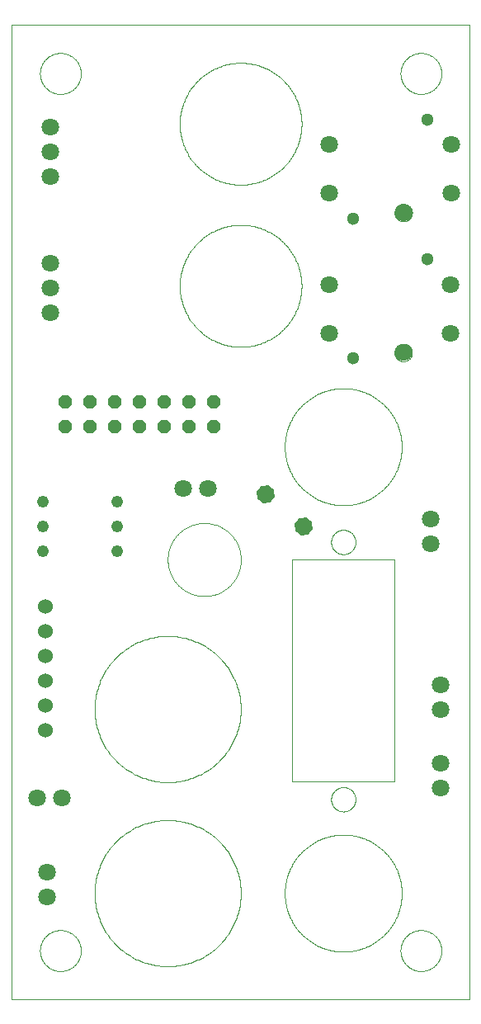
<source format=gts>
G04 EAGLE Gerber X2 export*
%TF.Part,Single*%
%TF.FileFunction,Other,Solder Mask top*%
%TF.FilePolarity,Positive*%
%TF.GenerationSoftware,Autodesk,EAGLE,9.4.0*%
%TF.CreationDate,2019-06-23T01:53:00Z*%
G75*
%MOMM*%
%FSLAX34Y34*%
%LPD*%
%INSolder Mask top*%
%AMOC8*
5,1,8,0,0,1.08239X$1,22.5*%
G01*
%ADD10C,0.050000*%
%ADD11C,1.524000*%
%ADD12C,1.800000*%
%ADD13C,1.300000*%
%ADD14C,0.000000*%
%ADD15C,1.219200*%
%ADD16P,1.484606X8X202.500000*%
%ADD17P,1.924489X8X162.500000*%


D10*
X290769Y223241D02*
X290769Y451241D01*
X395769Y451241D02*
X395769Y223241D01*
X472950Y0D02*
X2950Y0D01*
X472950Y0D02*
X472950Y1000000D01*
X2950Y1000000D01*
X2950Y0D01*
X88069Y297835D02*
X88092Y299676D01*
X88159Y301515D01*
X88272Y303352D01*
X88430Y305186D01*
X88633Y307016D01*
X88881Y308840D01*
X89173Y310657D01*
X89510Y312467D01*
X89891Y314268D01*
X90317Y316059D01*
X90786Y317838D01*
X91298Y319606D01*
X91854Y321361D01*
X92453Y323102D01*
X93095Y324827D01*
X93778Y326536D01*
X94503Y328228D01*
X95270Y329902D01*
X96077Y331556D01*
X96925Y333190D01*
X97812Y334802D01*
X98739Y336393D01*
X99705Y337960D01*
X100709Y339503D01*
X101750Y341021D01*
X102828Y342512D01*
X103943Y343977D01*
X105093Y345414D01*
X106278Y346823D01*
X107498Y348202D01*
X108750Y349551D01*
X110036Y350868D01*
X111353Y352154D01*
X112702Y353406D01*
X114081Y354626D01*
X115490Y355811D01*
X116927Y356961D01*
X118392Y358076D01*
X119883Y359154D01*
X121401Y360195D01*
X122944Y361199D01*
X124511Y362165D01*
X126102Y363092D01*
X127714Y363979D01*
X129348Y364827D01*
X131002Y365634D01*
X132676Y366401D01*
X134368Y367126D01*
X136077Y367809D01*
X137802Y368451D01*
X139543Y369050D01*
X141298Y369606D01*
X143066Y370118D01*
X144845Y370587D01*
X146636Y371013D01*
X148437Y371394D01*
X150247Y371731D01*
X152064Y372023D01*
X153888Y372271D01*
X155718Y372474D01*
X157552Y372632D01*
X159389Y372745D01*
X161228Y372812D01*
X163069Y372835D01*
X164910Y372812D01*
X166749Y372745D01*
X168586Y372632D01*
X170420Y372474D01*
X172250Y372271D01*
X174074Y372023D01*
X175891Y371731D01*
X177701Y371394D01*
X179502Y371013D01*
X181293Y370587D01*
X183072Y370118D01*
X184840Y369606D01*
X186595Y369050D01*
X188336Y368451D01*
X190061Y367809D01*
X191770Y367126D01*
X193462Y366401D01*
X195136Y365634D01*
X196790Y364827D01*
X198424Y363979D01*
X200036Y363092D01*
X201627Y362165D01*
X203194Y361199D01*
X204737Y360195D01*
X206255Y359154D01*
X207746Y358076D01*
X209211Y356961D01*
X210648Y355811D01*
X212057Y354626D01*
X213436Y353406D01*
X214785Y352154D01*
X216102Y350868D01*
X217388Y349551D01*
X218640Y348202D01*
X219860Y346823D01*
X221045Y345414D01*
X222195Y343977D01*
X223310Y342512D01*
X224388Y341021D01*
X225429Y339503D01*
X226433Y337960D01*
X227399Y336393D01*
X228326Y334802D01*
X229213Y333190D01*
X230061Y331556D01*
X230868Y329902D01*
X231635Y328228D01*
X232360Y326536D01*
X233043Y324827D01*
X233685Y323102D01*
X234284Y321361D01*
X234840Y319606D01*
X235352Y317838D01*
X235821Y316059D01*
X236247Y314268D01*
X236628Y312467D01*
X236965Y310657D01*
X237257Y308840D01*
X237505Y307016D01*
X237708Y305186D01*
X237866Y303352D01*
X237979Y301515D01*
X238046Y299676D01*
X238069Y297835D01*
X238046Y295994D01*
X237979Y294155D01*
X237866Y292318D01*
X237708Y290484D01*
X237505Y288654D01*
X237257Y286830D01*
X236965Y285013D01*
X236628Y283203D01*
X236247Y281402D01*
X235821Y279611D01*
X235352Y277832D01*
X234840Y276064D01*
X234284Y274309D01*
X233685Y272568D01*
X233043Y270843D01*
X232360Y269134D01*
X231635Y267442D01*
X230868Y265768D01*
X230061Y264114D01*
X229213Y262480D01*
X228326Y260868D01*
X227399Y259277D01*
X226433Y257710D01*
X225429Y256167D01*
X224388Y254649D01*
X223310Y253158D01*
X222195Y251693D01*
X221045Y250256D01*
X219860Y248847D01*
X218640Y247468D01*
X217388Y246119D01*
X216102Y244802D01*
X214785Y243516D01*
X213436Y242264D01*
X212057Y241044D01*
X210648Y239859D01*
X209211Y238709D01*
X207746Y237594D01*
X206255Y236516D01*
X204737Y235475D01*
X203194Y234471D01*
X201627Y233505D01*
X200036Y232578D01*
X198424Y231691D01*
X196790Y230843D01*
X195136Y230036D01*
X193462Y229269D01*
X191770Y228544D01*
X190061Y227861D01*
X188336Y227219D01*
X186595Y226620D01*
X184840Y226064D01*
X183072Y225552D01*
X181293Y225083D01*
X179502Y224657D01*
X177701Y224276D01*
X175891Y223939D01*
X174074Y223647D01*
X172250Y223399D01*
X170420Y223196D01*
X168586Y223038D01*
X166749Y222925D01*
X164910Y222858D01*
X163069Y222835D01*
X161228Y222858D01*
X159389Y222925D01*
X157552Y223038D01*
X155718Y223196D01*
X153888Y223399D01*
X152064Y223647D01*
X150247Y223939D01*
X148437Y224276D01*
X146636Y224657D01*
X144845Y225083D01*
X143066Y225552D01*
X141298Y226064D01*
X139543Y226620D01*
X137802Y227219D01*
X136077Y227861D01*
X134368Y228544D01*
X132676Y229269D01*
X131002Y230036D01*
X129348Y230843D01*
X127714Y231691D01*
X126102Y232578D01*
X124511Y233505D01*
X122944Y234471D01*
X121401Y235475D01*
X119883Y236516D01*
X118392Y237594D01*
X116927Y238709D01*
X115490Y239859D01*
X114081Y241044D01*
X112702Y242264D01*
X111353Y243516D01*
X110036Y244802D01*
X108750Y246119D01*
X107498Y247468D01*
X106278Y248847D01*
X105093Y250256D01*
X103943Y251693D01*
X102828Y253158D01*
X101750Y254649D01*
X100709Y256167D01*
X99705Y257710D01*
X98739Y259277D01*
X97812Y260868D01*
X96925Y262480D01*
X96077Y264114D01*
X95270Y265768D01*
X94503Y267442D01*
X93778Y269134D01*
X93095Y270843D01*
X92453Y272568D01*
X91854Y274309D01*
X91298Y276064D01*
X90786Y277832D01*
X90317Y279611D01*
X89891Y281402D01*
X89510Y283203D01*
X89173Y285013D01*
X88881Y286830D01*
X88633Y288654D01*
X88430Y290484D01*
X88272Y292318D01*
X88159Y294155D01*
X88092Y295994D01*
X88069Y297835D01*
X330769Y205241D02*
X330773Y205548D01*
X330784Y205854D01*
X330803Y206161D01*
X330829Y206466D01*
X330863Y206771D01*
X330904Y207075D01*
X330953Y207378D01*
X331009Y207680D01*
X331073Y207980D01*
X331144Y208278D01*
X331222Y208575D01*
X331307Y208870D01*
X331400Y209162D01*
X331500Y209452D01*
X331607Y209740D01*
X331721Y210025D01*
X331841Y210307D01*
X331969Y210585D01*
X332104Y210861D01*
X332245Y211133D01*
X332393Y211402D01*
X332547Y211667D01*
X332708Y211928D01*
X332876Y212186D01*
X333049Y212439D01*
X333229Y212687D01*
X333415Y212931D01*
X333606Y213171D01*
X333804Y213406D01*
X334007Y213635D01*
X334216Y213860D01*
X334430Y214080D01*
X334650Y214294D01*
X334875Y214503D01*
X335104Y214706D01*
X335339Y214904D01*
X335579Y215095D01*
X335823Y215281D01*
X336071Y215461D01*
X336324Y215634D01*
X336582Y215802D01*
X336843Y215963D01*
X337108Y216117D01*
X337377Y216265D01*
X337649Y216406D01*
X337925Y216541D01*
X338203Y216669D01*
X338485Y216789D01*
X338770Y216903D01*
X339058Y217010D01*
X339348Y217110D01*
X339640Y217203D01*
X339935Y217288D01*
X340232Y217366D01*
X340530Y217437D01*
X340830Y217501D01*
X341132Y217557D01*
X341435Y217606D01*
X341739Y217647D01*
X342044Y217681D01*
X342349Y217707D01*
X342656Y217726D01*
X342962Y217737D01*
X343269Y217741D01*
X343576Y217737D01*
X343882Y217726D01*
X344189Y217707D01*
X344494Y217681D01*
X344799Y217647D01*
X345103Y217606D01*
X345406Y217557D01*
X345708Y217501D01*
X346008Y217437D01*
X346306Y217366D01*
X346603Y217288D01*
X346898Y217203D01*
X347190Y217110D01*
X347480Y217010D01*
X347768Y216903D01*
X348053Y216789D01*
X348335Y216669D01*
X348613Y216541D01*
X348889Y216406D01*
X349161Y216265D01*
X349430Y216117D01*
X349695Y215963D01*
X349956Y215802D01*
X350214Y215634D01*
X350467Y215461D01*
X350715Y215281D01*
X350959Y215095D01*
X351199Y214904D01*
X351434Y214706D01*
X351663Y214503D01*
X351888Y214294D01*
X352108Y214080D01*
X352322Y213860D01*
X352531Y213635D01*
X352734Y213406D01*
X352932Y213171D01*
X353123Y212931D01*
X353309Y212687D01*
X353489Y212439D01*
X353662Y212186D01*
X353830Y211928D01*
X353991Y211667D01*
X354145Y211402D01*
X354293Y211133D01*
X354434Y210861D01*
X354569Y210585D01*
X354697Y210307D01*
X354817Y210025D01*
X354931Y209740D01*
X355038Y209452D01*
X355138Y209162D01*
X355231Y208870D01*
X355316Y208575D01*
X355394Y208278D01*
X355465Y207980D01*
X355529Y207680D01*
X355585Y207378D01*
X355634Y207075D01*
X355675Y206771D01*
X355709Y206466D01*
X355735Y206161D01*
X355754Y205854D01*
X355765Y205548D01*
X355769Y205241D01*
X355765Y204934D01*
X355754Y204628D01*
X355735Y204321D01*
X355709Y204016D01*
X355675Y203711D01*
X355634Y203407D01*
X355585Y203104D01*
X355529Y202802D01*
X355465Y202502D01*
X355394Y202204D01*
X355316Y201907D01*
X355231Y201612D01*
X355138Y201320D01*
X355038Y201030D01*
X354931Y200742D01*
X354817Y200457D01*
X354697Y200175D01*
X354569Y199897D01*
X354434Y199621D01*
X354293Y199349D01*
X354145Y199080D01*
X353991Y198815D01*
X353830Y198554D01*
X353662Y198296D01*
X353489Y198043D01*
X353309Y197795D01*
X353123Y197551D01*
X352932Y197311D01*
X352734Y197076D01*
X352531Y196847D01*
X352322Y196622D01*
X352108Y196402D01*
X351888Y196188D01*
X351663Y195979D01*
X351434Y195776D01*
X351199Y195578D01*
X350959Y195387D01*
X350715Y195201D01*
X350467Y195021D01*
X350214Y194848D01*
X349956Y194680D01*
X349695Y194519D01*
X349430Y194365D01*
X349161Y194217D01*
X348889Y194076D01*
X348613Y193941D01*
X348335Y193813D01*
X348053Y193693D01*
X347768Y193579D01*
X347480Y193472D01*
X347190Y193372D01*
X346898Y193279D01*
X346603Y193194D01*
X346306Y193116D01*
X346008Y193045D01*
X345708Y192981D01*
X345406Y192925D01*
X345103Y192876D01*
X344799Y192835D01*
X344494Y192801D01*
X344189Y192775D01*
X343882Y192756D01*
X343576Y192745D01*
X343269Y192741D01*
X342962Y192745D01*
X342656Y192756D01*
X342349Y192775D01*
X342044Y192801D01*
X341739Y192835D01*
X341435Y192876D01*
X341132Y192925D01*
X340830Y192981D01*
X340530Y193045D01*
X340232Y193116D01*
X339935Y193194D01*
X339640Y193279D01*
X339348Y193372D01*
X339058Y193472D01*
X338770Y193579D01*
X338485Y193693D01*
X338203Y193813D01*
X337925Y193941D01*
X337649Y194076D01*
X337377Y194217D01*
X337108Y194365D01*
X336843Y194519D01*
X336582Y194680D01*
X336324Y194848D01*
X336071Y195021D01*
X335823Y195201D01*
X335579Y195387D01*
X335339Y195578D01*
X335104Y195776D01*
X334875Y195979D01*
X334650Y196188D01*
X334430Y196402D01*
X334216Y196622D01*
X334007Y196847D01*
X333804Y197076D01*
X333606Y197311D01*
X333415Y197551D01*
X333229Y197795D01*
X333049Y198043D01*
X332876Y198296D01*
X332708Y198554D01*
X332547Y198815D01*
X332393Y199080D01*
X332245Y199349D01*
X332104Y199621D01*
X331969Y199897D01*
X331841Y200175D01*
X331721Y200457D01*
X331607Y200742D01*
X331500Y201030D01*
X331400Y201320D01*
X331307Y201612D01*
X331222Y201907D01*
X331144Y202204D01*
X331073Y202502D01*
X331009Y202802D01*
X330953Y203104D01*
X330904Y203407D01*
X330863Y203711D01*
X330829Y204016D01*
X330803Y204321D01*
X330784Y204628D01*
X330773Y204934D01*
X330769Y205241D01*
X88069Y108941D02*
X88092Y110782D01*
X88159Y112621D01*
X88272Y114458D01*
X88430Y116292D01*
X88633Y118122D01*
X88881Y119946D01*
X89173Y121763D01*
X89510Y123573D01*
X89891Y125374D01*
X90317Y127165D01*
X90786Y128944D01*
X91298Y130712D01*
X91854Y132467D01*
X92453Y134208D01*
X93095Y135933D01*
X93778Y137642D01*
X94503Y139334D01*
X95270Y141008D01*
X96077Y142662D01*
X96925Y144296D01*
X97812Y145908D01*
X98739Y147499D01*
X99705Y149066D01*
X100709Y150609D01*
X101750Y152127D01*
X102828Y153618D01*
X103943Y155083D01*
X105093Y156520D01*
X106278Y157929D01*
X107498Y159308D01*
X108750Y160657D01*
X110036Y161974D01*
X111353Y163260D01*
X112702Y164512D01*
X114081Y165732D01*
X115490Y166917D01*
X116927Y168067D01*
X118392Y169182D01*
X119883Y170260D01*
X121401Y171301D01*
X122944Y172305D01*
X124511Y173271D01*
X126102Y174198D01*
X127714Y175085D01*
X129348Y175933D01*
X131002Y176740D01*
X132676Y177507D01*
X134368Y178232D01*
X136077Y178915D01*
X137802Y179557D01*
X139543Y180156D01*
X141298Y180712D01*
X143066Y181224D01*
X144845Y181693D01*
X146636Y182119D01*
X148437Y182500D01*
X150247Y182837D01*
X152064Y183129D01*
X153888Y183377D01*
X155718Y183580D01*
X157552Y183738D01*
X159389Y183851D01*
X161228Y183918D01*
X163069Y183941D01*
X164910Y183918D01*
X166749Y183851D01*
X168586Y183738D01*
X170420Y183580D01*
X172250Y183377D01*
X174074Y183129D01*
X175891Y182837D01*
X177701Y182500D01*
X179502Y182119D01*
X181293Y181693D01*
X183072Y181224D01*
X184840Y180712D01*
X186595Y180156D01*
X188336Y179557D01*
X190061Y178915D01*
X191770Y178232D01*
X193462Y177507D01*
X195136Y176740D01*
X196790Y175933D01*
X198424Y175085D01*
X200036Y174198D01*
X201627Y173271D01*
X203194Y172305D01*
X204737Y171301D01*
X206255Y170260D01*
X207746Y169182D01*
X209211Y168067D01*
X210648Y166917D01*
X212057Y165732D01*
X213436Y164512D01*
X214785Y163260D01*
X216102Y161974D01*
X217388Y160657D01*
X218640Y159308D01*
X219860Y157929D01*
X221045Y156520D01*
X222195Y155083D01*
X223310Y153618D01*
X224388Y152127D01*
X225429Y150609D01*
X226433Y149066D01*
X227399Y147499D01*
X228326Y145908D01*
X229213Y144296D01*
X230061Y142662D01*
X230868Y141008D01*
X231635Y139334D01*
X232360Y137642D01*
X233043Y135933D01*
X233685Y134208D01*
X234284Y132467D01*
X234840Y130712D01*
X235352Y128944D01*
X235821Y127165D01*
X236247Y125374D01*
X236628Y123573D01*
X236965Y121763D01*
X237257Y119946D01*
X237505Y118122D01*
X237708Y116292D01*
X237866Y114458D01*
X237979Y112621D01*
X238046Y110782D01*
X238069Y108941D01*
X238046Y107100D01*
X237979Y105261D01*
X237866Y103424D01*
X237708Y101590D01*
X237505Y99760D01*
X237257Y97936D01*
X236965Y96119D01*
X236628Y94309D01*
X236247Y92508D01*
X235821Y90717D01*
X235352Y88938D01*
X234840Y87170D01*
X234284Y85415D01*
X233685Y83674D01*
X233043Y81949D01*
X232360Y80240D01*
X231635Y78548D01*
X230868Y76874D01*
X230061Y75220D01*
X229213Y73586D01*
X228326Y71974D01*
X227399Y70383D01*
X226433Y68816D01*
X225429Y67273D01*
X224388Y65755D01*
X223310Y64264D01*
X222195Y62799D01*
X221045Y61362D01*
X219860Y59953D01*
X218640Y58574D01*
X217388Y57225D01*
X216102Y55908D01*
X214785Y54622D01*
X213436Y53370D01*
X212057Y52150D01*
X210648Y50965D01*
X209211Y49815D01*
X207746Y48700D01*
X206255Y47622D01*
X204737Y46581D01*
X203194Y45577D01*
X201627Y44611D01*
X200036Y43684D01*
X198424Y42797D01*
X196790Y41949D01*
X195136Y41142D01*
X193462Y40375D01*
X191770Y39650D01*
X190061Y38967D01*
X188336Y38325D01*
X186595Y37726D01*
X184840Y37170D01*
X183072Y36658D01*
X181293Y36189D01*
X179502Y35763D01*
X177701Y35382D01*
X175891Y35045D01*
X174074Y34753D01*
X172250Y34505D01*
X170420Y34302D01*
X168586Y34144D01*
X166749Y34031D01*
X164910Y33964D01*
X163069Y33941D01*
X161228Y33964D01*
X159389Y34031D01*
X157552Y34144D01*
X155718Y34302D01*
X153888Y34505D01*
X152064Y34753D01*
X150247Y35045D01*
X148437Y35382D01*
X146636Y35763D01*
X144845Y36189D01*
X143066Y36658D01*
X141298Y37170D01*
X139543Y37726D01*
X137802Y38325D01*
X136077Y38967D01*
X134368Y39650D01*
X132676Y40375D01*
X131002Y41142D01*
X129348Y41949D01*
X127714Y42797D01*
X126102Y43684D01*
X124511Y44611D01*
X122944Y45577D01*
X121401Y46581D01*
X119883Y47622D01*
X118392Y48700D01*
X116927Y49815D01*
X115490Y50965D01*
X114081Y52150D01*
X112702Y53370D01*
X111353Y54622D01*
X110036Y55908D01*
X108750Y57225D01*
X107498Y58574D01*
X106278Y59953D01*
X105093Y61362D01*
X103943Y62799D01*
X102828Y64264D01*
X101750Y65755D01*
X100709Y67273D01*
X99705Y68816D01*
X98739Y70383D01*
X97812Y71974D01*
X96925Y73586D01*
X96077Y75220D01*
X95270Y76874D01*
X94503Y78548D01*
X93778Y80240D01*
X93095Y81949D01*
X92453Y83674D01*
X91854Y85415D01*
X91298Y87170D01*
X90786Y88938D01*
X90317Y90717D01*
X89891Y92508D01*
X89510Y94309D01*
X89173Y96119D01*
X88881Y97936D01*
X88633Y99760D01*
X88430Y101590D01*
X88272Y103424D01*
X88159Y105261D01*
X88092Y107100D01*
X88069Y108941D01*
X401950Y50000D02*
X401956Y50515D01*
X401975Y51030D01*
X402007Y51545D01*
X402051Y52058D01*
X402108Y52571D01*
X402177Y53081D01*
X402259Y53590D01*
X402354Y54097D01*
X402460Y54601D01*
X402579Y55103D01*
X402711Y55601D01*
X402854Y56096D01*
X403010Y56587D01*
X403178Y57075D01*
X403357Y57558D01*
X403549Y58036D01*
X403752Y58510D01*
X403966Y58979D01*
X404192Y59442D01*
X404430Y59899D01*
X404678Y60351D01*
X404938Y60796D01*
X405208Y61235D01*
X405489Y61667D01*
X405781Y62092D01*
X406083Y62510D01*
X406395Y62920D01*
X406717Y63322D01*
X407049Y63717D01*
X407390Y64103D01*
X407741Y64480D01*
X408101Y64849D01*
X408470Y65209D01*
X408847Y65560D01*
X409233Y65901D01*
X409628Y66233D01*
X410030Y66555D01*
X410440Y66867D01*
X410858Y67169D01*
X411283Y67461D01*
X411715Y67742D01*
X412154Y68012D01*
X412599Y68272D01*
X413051Y68520D01*
X413508Y68758D01*
X413971Y68984D01*
X414440Y69198D01*
X414914Y69401D01*
X415392Y69593D01*
X415875Y69772D01*
X416363Y69940D01*
X416854Y70096D01*
X417349Y70239D01*
X417847Y70371D01*
X418349Y70490D01*
X418853Y70596D01*
X419360Y70691D01*
X419869Y70773D01*
X420379Y70842D01*
X420892Y70899D01*
X421405Y70943D01*
X421920Y70975D01*
X422435Y70994D01*
X422950Y71000D01*
X423465Y70994D01*
X423980Y70975D01*
X424495Y70943D01*
X425008Y70899D01*
X425521Y70842D01*
X426031Y70773D01*
X426540Y70691D01*
X427047Y70596D01*
X427551Y70490D01*
X428053Y70371D01*
X428551Y70239D01*
X429046Y70096D01*
X429537Y69940D01*
X430025Y69772D01*
X430508Y69593D01*
X430986Y69401D01*
X431460Y69198D01*
X431929Y68984D01*
X432392Y68758D01*
X432849Y68520D01*
X433301Y68272D01*
X433746Y68012D01*
X434185Y67742D01*
X434617Y67461D01*
X435042Y67169D01*
X435460Y66867D01*
X435870Y66555D01*
X436272Y66233D01*
X436667Y65901D01*
X437053Y65560D01*
X437430Y65209D01*
X437799Y64849D01*
X438159Y64480D01*
X438510Y64103D01*
X438851Y63717D01*
X439183Y63322D01*
X439505Y62920D01*
X439817Y62510D01*
X440119Y62092D01*
X440411Y61667D01*
X440692Y61235D01*
X440962Y60796D01*
X441222Y60351D01*
X441470Y59899D01*
X441708Y59442D01*
X441934Y58979D01*
X442148Y58510D01*
X442351Y58036D01*
X442543Y57558D01*
X442722Y57075D01*
X442890Y56587D01*
X443046Y56096D01*
X443189Y55601D01*
X443321Y55103D01*
X443440Y54601D01*
X443546Y54097D01*
X443641Y53590D01*
X443723Y53081D01*
X443792Y52571D01*
X443849Y52058D01*
X443893Y51545D01*
X443925Y51030D01*
X443944Y50515D01*
X443950Y50000D01*
X443944Y49485D01*
X443925Y48970D01*
X443893Y48455D01*
X443849Y47942D01*
X443792Y47429D01*
X443723Y46919D01*
X443641Y46410D01*
X443546Y45903D01*
X443440Y45399D01*
X443321Y44897D01*
X443189Y44399D01*
X443046Y43904D01*
X442890Y43413D01*
X442722Y42925D01*
X442543Y42442D01*
X442351Y41964D01*
X442148Y41490D01*
X441934Y41021D01*
X441708Y40558D01*
X441470Y40101D01*
X441222Y39649D01*
X440962Y39204D01*
X440692Y38765D01*
X440411Y38333D01*
X440119Y37908D01*
X439817Y37490D01*
X439505Y37080D01*
X439183Y36678D01*
X438851Y36283D01*
X438510Y35897D01*
X438159Y35520D01*
X437799Y35151D01*
X437430Y34791D01*
X437053Y34440D01*
X436667Y34099D01*
X436272Y33767D01*
X435870Y33445D01*
X435460Y33133D01*
X435042Y32831D01*
X434617Y32539D01*
X434185Y32258D01*
X433746Y31988D01*
X433301Y31728D01*
X432849Y31480D01*
X432392Y31242D01*
X431929Y31016D01*
X431460Y30802D01*
X430986Y30599D01*
X430508Y30407D01*
X430025Y30228D01*
X429537Y30060D01*
X429046Y29904D01*
X428551Y29761D01*
X428053Y29629D01*
X427551Y29510D01*
X427047Y29404D01*
X426540Y29309D01*
X426031Y29227D01*
X425521Y29158D01*
X425008Y29101D01*
X424495Y29057D01*
X423980Y29025D01*
X423465Y29006D01*
X422950Y29000D01*
X422435Y29006D01*
X421920Y29025D01*
X421405Y29057D01*
X420892Y29101D01*
X420379Y29158D01*
X419869Y29227D01*
X419360Y29309D01*
X418853Y29404D01*
X418349Y29510D01*
X417847Y29629D01*
X417349Y29761D01*
X416854Y29904D01*
X416363Y30060D01*
X415875Y30228D01*
X415392Y30407D01*
X414914Y30599D01*
X414440Y30802D01*
X413971Y31016D01*
X413508Y31242D01*
X413051Y31480D01*
X412599Y31728D01*
X412154Y31988D01*
X411715Y32258D01*
X411283Y32539D01*
X410858Y32831D01*
X410440Y33133D01*
X410030Y33445D01*
X409628Y33767D01*
X409233Y34099D01*
X408847Y34440D01*
X408470Y34791D01*
X408101Y35151D01*
X407741Y35520D01*
X407390Y35897D01*
X407049Y36283D01*
X406717Y36678D01*
X406395Y37080D01*
X406083Y37490D01*
X405781Y37908D01*
X405489Y38333D01*
X405208Y38765D01*
X404938Y39204D01*
X404678Y39649D01*
X404430Y40101D01*
X404192Y40558D01*
X403966Y41021D01*
X403752Y41490D01*
X403549Y41964D01*
X403357Y42442D01*
X403178Y42925D01*
X403010Y43413D01*
X402854Y43904D01*
X402711Y44399D01*
X402579Y44897D01*
X402460Y45399D01*
X402354Y45903D01*
X402259Y46410D01*
X402177Y46919D01*
X402108Y47429D01*
X402051Y47942D01*
X402007Y48455D01*
X401975Y48970D01*
X401956Y49485D01*
X401950Y50000D01*
X283269Y108941D02*
X283287Y110413D01*
X283341Y111885D01*
X283432Y113355D01*
X283558Y114822D01*
X283720Y116286D01*
X283918Y117745D01*
X284152Y119199D01*
X284422Y120646D01*
X284727Y122087D01*
X285067Y123520D01*
X285442Y124944D01*
X285853Y126358D01*
X286297Y127762D01*
X286776Y129154D01*
X287289Y130535D01*
X287836Y131902D01*
X288416Y133255D01*
X289030Y134594D01*
X289676Y135918D01*
X290354Y137225D01*
X291064Y138515D01*
X291805Y139787D01*
X292578Y141041D01*
X293381Y142275D01*
X294214Y143489D01*
X295077Y144683D01*
X295968Y145855D01*
X296888Y147005D01*
X297836Y148131D01*
X298812Y149235D01*
X299814Y150313D01*
X300843Y151367D01*
X301897Y152396D01*
X302975Y153398D01*
X304079Y154374D01*
X305205Y155322D01*
X306355Y156242D01*
X307527Y157133D01*
X308721Y157996D01*
X309935Y158829D01*
X311169Y159632D01*
X312423Y160405D01*
X313695Y161146D01*
X314985Y161856D01*
X316292Y162534D01*
X317616Y163180D01*
X318955Y163794D01*
X320308Y164374D01*
X321675Y164921D01*
X323056Y165434D01*
X324448Y165913D01*
X325852Y166357D01*
X327266Y166768D01*
X328690Y167143D01*
X330123Y167483D01*
X331564Y167788D01*
X333011Y168058D01*
X334465Y168292D01*
X335924Y168490D01*
X337388Y168652D01*
X338855Y168778D01*
X340325Y168869D01*
X341797Y168923D01*
X343269Y168941D01*
X344741Y168923D01*
X346213Y168869D01*
X347683Y168778D01*
X349150Y168652D01*
X350614Y168490D01*
X352073Y168292D01*
X353527Y168058D01*
X354974Y167788D01*
X356415Y167483D01*
X357848Y167143D01*
X359272Y166768D01*
X360686Y166357D01*
X362090Y165913D01*
X363482Y165434D01*
X364863Y164921D01*
X366230Y164374D01*
X367583Y163794D01*
X368922Y163180D01*
X370246Y162534D01*
X371553Y161856D01*
X372843Y161146D01*
X374115Y160405D01*
X375369Y159632D01*
X376603Y158829D01*
X377817Y157996D01*
X379011Y157133D01*
X380183Y156242D01*
X381333Y155322D01*
X382459Y154374D01*
X383563Y153398D01*
X384641Y152396D01*
X385695Y151367D01*
X386724Y150313D01*
X387726Y149235D01*
X388702Y148131D01*
X389650Y147005D01*
X390570Y145855D01*
X391461Y144683D01*
X392324Y143489D01*
X393157Y142275D01*
X393960Y141041D01*
X394733Y139787D01*
X395474Y138515D01*
X396184Y137225D01*
X396862Y135918D01*
X397508Y134594D01*
X398122Y133255D01*
X398702Y131902D01*
X399249Y130535D01*
X399762Y129154D01*
X400241Y127762D01*
X400685Y126358D01*
X401096Y124944D01*
X401471Y123520D01*
X401811Y122087D01*
X402116Y120646D01*
X402386Y119199D01*
X402620Y117745D01*
X402818Y116286D01*
X402980Y114822D01*
X403106Y113355D01*
X403197Y111885D01*
X403251Y110413D01*
X403269Y108941D01*
X403251Y107469D01*
X403197Y105997D01*
X403106Y104527D01*
X402980Y103060D01*
X402818Y101596D01*
X402620Y100137D01*
X402386Y98683D01*
X402116Y97236D01*
X401811Y95795D01*
X401471Y94362D01*
X401096Y92938D01*
X400685Y91524D01*
X400241Y90120D01*
X399762Y88728D01*
X399249Y87347D01*
X398702Y85980D01*
X398122Y84627D01*
X397508Y83288D01*
X396862Y81964D01*
X396184Y80657D01*
X395474Y79367D01*
X394733Y78095D01*
X393960Y76841D01*
X393157Y75607D01*
X392324Y74393D01*
X391461Y73199D01*
X390570Y72027D01*
X389650Y70877D01*
X388702Y69751D01*
X387726Y68647D01*
X386724Y67569D01*
X385695Y66515D01*
X384641Y65486D01*
X383563Y64484D01*
X382459Y63508D01*
X381333Y62560D01*
X380183Y61640D01*
X379011Y60749D01*
X377817Y59886D01*
X376603Y59053D01*
X375369Y58250D01*
X374115Y57477D01*
X372843Y56736D01*
X371553Y56026D01*
X370246Y55348D01*
X368922Y54702D01*
X367583Y54088D01*
X366230Y53508D01*
X364863Y52961D01*
X363482Y52448D01*
X362090Y51969D01*
X360686Y51525D01*
X359272Y51114D01*
X357848Y50739D01*
X356415Y50399D01*
X354974Y50094D01*
X353527Y49824D01*
X352073Y49590D01*
X350614Y49392D01*
X349150Y49230D01*
X347683Y49104D01*
X346213Y49013D01*
X344741Y48959D01*
X343269Y48941D01*
X341797Y48959D01*
X340325Y49013D01*
X338855Y49104D01*
X337388Y49230D01*
X335924Y49392D01*
X334465Y49590D01*
X333011Y49824D01*
X331564Y50094D01*
X330123Y50399D01*
X328690Y50739D01*
X327266Y51114D01*
X325852Y51525D01*
X324448Y51969D01*
X323056Y52448D01*
X321675Y52961D01*
X320308Y53508D01*
X318955Y54088D01*
X317616Y54702D01*
X316292Y55348D01*
X314985Y56026D01*
X313695Y56736D01*
X312423Y57477D01*
X311169Y58250D01*
X309935Y59053D01*
X308721Y59886D01*
X307527Y60749D01*
X306355Y61640D01*
X305205Y62560D01*
X304079Y63508D01*
X302975Y64484D01*
X301897Y65486D01*
X300843Y66515D01*
X299814Y67569D01*
X298812Y68647D01*
X297836Y69751D01*
X296888Y70877D01*
X295968Y72027D01*
X295077Y73199D01*
X294214Y74393D01*
X293381Y75607D01*
X292578Y76841D01*
X291805Y78095D01*
X291064Y79367D01*
X290354Y80657D01*
X289676Y81964D01*
X289030Y83288D01*
X288416Y84627D01*
X287836Y85980D01*
X287289Y87347D01*
X286776Y88728D01*
X286297Y90120D01*
X285853Y91524D01*
X285442Y92938D01*
X285067Y94362D01*
X284727Y95795D01*
X284422Y97236D01*
X284152Y98683D01*
X283918Y100137D01*
X283720Y101596D01*
X283558Y103060D01*
X283432Y104527D01*
X283341Y105997D01*
X283287Y107469D01*
X283269Y108941D01*
X31950Y50000D02*
X31956Y50515D01*
X31975Y51030D01*
X32007Y51545D01*
X32051Y52058D01*
X32108Y52571D01*
X32177Y53081D01*
X32259Y53590D01*
X32354Y54097D01*
X32460Y54601D01*
X32579Y55103D01*
X32711Y55601D01*
X32854Y56096D01*
X33010Y56587D01*
X33178Y57075D01*
X33357Y57558D01*
X33549Y58036D01*
X33752Y58510D01*
X33966Y58979D01*
X34192Y59442D01*
X34430Y59899D01*
X34678Y60351D01*
X34938Y60796D01*
X35208Y61235D01*
X35489Y61667D01*
X35781Y62092D01*
X36083Y62510D01*
X36395Y62920D01*
X36717Y63322D01*
X37049Y63717D01*
X37390Y64103D01*
X37741Y64480D01*
X38101Y64849D01*
X38470Y65209D01*
X38847Y65560D01*
X39233Y65901D01*
X39628Y66233D01*
X40030Y66555D01*
X40440Y66867D01*
X40858Y67169D01*
X41283Y67461D01*
X41715Y67742D01*
X42154Y68012D01*
X42599Y68272D01*
X43051Y68520D01*
X43508Y68758D01*
X43971Y68984D01*
X44440Y69198D01*
X44914Y69401D01*
X45392Y69593D01*
X45875Y69772D01*
X46363Y69940D01*
X46854Y70096D01*
X47349Y70239D01*
X47847Y70371D01*
X48349Y70490D01*
X48853Y70596D01*
X49360Y70691D01*
X49869Y70773D01*
X50379Y70842D01*
X50892Y70899D01*
X51405Y70943D01*
X51920Y70975D01*
X52435Y70994D01*
X52950Y71000D01*
X53465Y70994D01*
X53980Y70975D01*
X54495Y70943D01*
X55008Y70899D01*
X55521Y70842D01*
X56031Y70773D01*
X56540Y70691D01*
X57047Y70596D01*
X57551Y70490D01*
X58053Y70371D01*
X58551Y70239D01*
X59046Y70096D01*
X59537Y69940D01*
X60025Y69772D01*
X60508Y69593D01*
X60986Y69401D01*
X61460Y69198D01*
X61929Y68984D01*
X62392Y68758D01*
X62849Y68520D01*
X63301Y68272D01*
X63746Y68012D01*
X64185Y67742D01*
X64617Y67461D01*
X65042Y67169D01*
X65460Y66867D01*
X65870Y66555D01*
X66272Y66233D01*
X66667Y65901D01*
X67053Y65560D01*
X67430Y65209D01*
X67799Y64849D01*
X68159Y64480D01*
X68510Y64103D01*
X68851Y63717D01*
X69183Y63322D01*
X69505Y62920D01*
X69817Y62510D01*
X70119Y62092D01*
X70411Y61667D01*
X70692Y61235D01*
X70962Y60796D01*
X71222Y60351D01*
X71470Y59899D01*
X71708Y59442D01*
X71934Y58979D01*
X72148Y58510D01*
X72351Y58036D01*
X72543Y57558D01*
X72722Y57075D01*
X72890Y56587D01*
X73046Y56096D01*
X73189Y55601D01*
X73321Y55103D01*
X73440Y54601D01*
X73546Y54097D01*
X73641Y53590D01*
X73723Y53081D01*
X73792Y52571D01*
X73849Y52058D01*
X73893Y51545D01*
X73925Y51030D01*
X73944Y50515D01*
X73950Y50000D01*
X73944Y49485D01*
X73925Y48970D01*
X73893Y48455D01*
X73849Y47942D01*
X73792Y47429D01*
X73723Y46919D01*
X73641Y46410D01*
X73546Y45903D01*
X73440Y45399D01*
X73321Y44897D01*
X73189Y44399D01*
X73046Y43904D01*
X72890Y43413D01*
X72722Y42925D01*
X72543Y42442D01*
X72351Y41964D01*
X72148Y41490D01*
X71934Y41021D01*
X71708Y40558D01*
X71470Y40101D01*
X71222Y39649D01*
X70962Y39204D01*
X70692Y38765D01*
X70411Y38333D01*
X70119Y37908D01*
X69817Y37490D01*
X69505Y37080D01*
X69183Y36678D01*
X68851Y36283D01*
X68510Y35897D01*
X68159Y35520D01*
X67799Y35151D01*
X67430Y34791D01*
X67053Y34440D01*
X66667Y34099D01*
X66272Y33767D01*
X65870Y33445D01*
X65460Y33133D01*
X65042Y32831D01*
X64617Y32539D01*
X64185Y32258D01*
X63746Y31988D01*
X63301Y31728D01*
X62849Y31480D01*
X62392Y31242D01*
X61929Y31016D01*
X61460Y30802D01*
X60986Y30599D01*
X60508Y30407D01*
X60025Y30228D01*
X59537Y30060D01*
X59046Y29904D01*
X58551Y29761D01*
X58053Y29629D01*
X57551Y29510D01*
X57047Y29404D01*
X56540Y29309D01*
X56031Y29227D01*
X55521Y29158D01*
X55008Y29101D01*
X54495Y29057D01*
X53980Y29025D01*
X53465Y29006D01*
X52950Y29000D01*
X52435Y29006D01*
X51920Y29025D01*
X51405Y29057D01*
X50892Y29101D01*
X50379Y29158D01*
X49869Y29227D01*
X49360Y29309D01*
X48853Y29404D01*
X48349Y29510D01*
X47847Y29629D01*
X47349Y29761D01*
X46854Y29904D01*
X46363Y30060D01*
X45875Y30228D01*
X45392Y30407D01*
X44914Y30599D01*
X44440Y30802D01*
X43971Y31016D01*
X43508Y31242D01*
X43051Y31480D01*
X42599Y31728D01*
X42154Y31988D01*
X41715Y32258D01*
X41283Y32539D01*
X40858Y32831D01*
X40440Y33133D01*
X40030Y33445D01*
X39628Y33767D01*
X39233Y34099D01*
X38847Y34440D01*
X38470Y34791D01*
X38101Y35151D01*
X37741Y35520D01*
X37390Y35897D01*
X37049Y36283D01*
X36717Y36678D01*
X36395Y37080D01*
X36083Y37490D01*
X35781Y37908D01*
X35489Y38333D01*
X35208Y38765D01*
X34938Y39204D01*
X34678Y39649D01*
X34430Y40101D01*
X34192Y40558D01*
X33966Y41021D01*
X33752Y41490D01*
X33549Y41964D01*
X33357Y42442D01*
X33178Y42925D01*
X33010Y43413D01*
X32854Y43904D01*
X32711Y44399D01*
X32579Y44897D01*
X32460Y45399D01*
X32354Y45903D01*
X32259Y46410D01*
X32177Y46919D01*
X32108Y47429D01*
X32051Y47942D01*
X32007Y48455D01*
X31975Y48970D01*
X31956Y49485D01*
X31950Y50000D01*
X175450Y732064D02*
X175469Y733598D01*
X175525Y735131D01*
X175619Y736662D01*
X175751Y738190D01*
X175920Y739715D01*
X176126Y741235D01*
X176370Y742749D01*
X176651Y744257D01*
X176969Y745758D01*
X177323Y747250D01*
X177714Y748734D01*
X178141Y750207D01*
X178604Y751669D01*
X179103Y753120D01*
X179638Y754557D01*
X180208Y755982D01*
X180812Y757392D01*
X181451Y758786D01*
X182123Y760165D01*
X182830Y761526D01*
X183570Y762870D01*
X184342Y764195D01*
X185147Y765501D01*
X185983Y766787D01*
X186851Y768052D01*
X187750Y769295D01*
X188678Y770516D01*
X189637Y771714D01*
X190624Y772887D01*
X191641Y774036D01*
X192685Y775160D01*
X193756Y776258D01*
X194854Y777329D01*
X195978Y778373D01*
X197127Y779390D01*
X198300Y780377D01*
X199498Y781336D01*
X200719Y782264D01*
X201962Y783163D01*
X203227Y784031D01*
X204513Y784867D01*
X205819Y785672D01*
X207144Y786444D01*
X208488Y787184D01*
X209849Y787891D01*
X211228Y788563D01*
X212622Y789202D01*
X214032Y789806D01*
X215457Y790376D01*
X216894Y790911D01*
X218345Y791410D01*
X219807Y791873D01*
X221280Y792300D01*
X222764Y792691D01*
X224256Y793045D01*
X225757Y793363D01*
X227265Y793644D01*
X228779Y793888D01*
X230299Y794094D01*
X231824Y794263D01*
X233352Y794395D01*
X234883Y794489D01*
X236416Y794545D01*
X237950Y794564D01*
X239484Y794545D01*
X241017Y794489D01*
X242548Y794395D01*
X244076Y794263D01*
X245601Y794094D01*
X247121Y793888D01*
X248635Y793644D01*
X250143Y793363D01*
X251644Y793045D01*
X253136Y792691D01*
X254620Y792300D01*
X256093Y791873D01*
X257555Y791410D01*
X259006Y790911D01*
X260443Y790376D01*
X261868Y789806D01*
X263278Y789202D01*
X264672Y788563D01*
X266051Y787891D01*
X267412Y787184D01*
X268756Y786444D01*
X270081Y785672D01*
X271387Y784867D01*
X272673Y784031D01*
X273938Y783163D01*
X275181Y782264D01*
X276402Y781336D01*
X277600Y780377D01*
X278773Y779390D01*
X279922Y778373D01*
X281046Y777329D01*
X282144Y776258D01*
X283215Y775160D01*
X284259Y774036D01*
X285276Y772887D01*
X286263Y771714D01*
X287222Y770516D01*
X288150Y769295D01*
X289049Y768052D01*
X289917Y766787D01*
X290753Y765501D01*
X291558Y764195D01*
X292330Y762870D01*
X293070Y761526D01*
X293777Y760165D01*
X294449Y758786D01*
X295088Y757392D01*
X295692Y755982D01*
X296262Y754557D01*
X296797Y753120D01*
X297296Y751669D01*
X297759Y750207D01*
X298186Y748734D01*
X298577Y747250D01*
X298931Y745758D01*
X299249Y744257D01*
X299530Y742749D01*
X299774Y741235D01*
X299980Y739715D01*
X300149Y738190D01*
X300281Y736662D01*
X300375Y735131D01*
X300431Y733598D01*
X300450Y732064D01*
X300431Y730530D01*
X300375Y728997D01*
X300281Y727466D01*
X300149Y725938D01*
X299980Y724413D01*
X299774Y722893D01*
X299530Y721379D01*
X299249Y719871D01*
X298931Y718370D01*
X298577Y716878D01*
X298186Y715394D01*
X297759Y713921D01*
X297296Y712459D01*
X296797Y711008D01*
X296262Y709571D01*
X295692Y708146D01*
X295088Y706736D01*
X294449Y705342D01*
X293777Y703963D01*
X293070Y702602D01*
X292330Y701258D01*
X291558Y699933D01*
X290753Y698627D01*
X289917Y697341D01*
X289049Y696076D01*
X288150Y694833D01*
X287222Y693612D01*
X286263Y692414D01*
X285276Y691241D01*
X284259Y690092D01*
X283215Y688968D01*
X282144Y687870D01*
X281046Y686799D01*
X279922Y685755D01*
X278773Y684738D01*
X277600Y683751D01*
X276402Y682792D01*
X275181Y681864D01*
X273938Y680965D01*
X272673Y680097D01*
X271387Y679261D01*
X270081Y678456D01*
X268756Y677684D01*
X267412Y676944D01*
X266051Y676237D01*
X264672Y675565D01*
X263278Y674926D01*
X261868Y674322D01*
X260443Y673752D01*
X259006Y673217D01*
X257555Y672718D01*
X256093Y672255D01*
X254620Y671828D01*
X253136Y671437D01*
X251644Y671083D01*
X250143Y670765D01*
X248635Y670484D01*
X247121Y670240D01*
X245601Y670034D01*
X244076Y669865D01*
X242548Y669733D01*
X241017Y669639D01*
X239484Y669583D01*
X237950Y669564D01*
X236416Y669583D01*
X234883Y669639D01*
X233352Y669733D01*
X231824Y669865D01*
X230299Y670034D01*
X228779Y670240D01*
X227265Y670484D01*
X225757Y670765D01*
X224256Y671083D01*
X222764Y671437D01*
X221280Y671828D01*
X219807Y672255D01*
X218345Y672718D01*
X216894Y673217D01*
X215457Y673752D01*
X214032Y674322D01*
X212622Y674926D01*
X211228Y675565D01*
X209849Y676237D01*
X208488Y676944D01*
X207144Y677684D01*
X205819Y678456D01*
X204513Y679261D01*
X203227Y680097D01*
X201962Y680965D01*
X200719Y681864D01*
X199498Y682792D01*
X198300Y683751D01*
X197127Y684738D01*
X195978Y685755D01*
X194854Y686799D01*
X193756Y687870D01*
X192685Y688968D01*
X191641Y690092D01*
X190624Y691241D01*
X189637Y692414D01*
X188678Y693612D01*
X187750Y694833D01*
X186851Y696076D01*
X185983Y697341D01*
X185147Y698627D01*
X184342Y699933D01*
X183570Y701258D01*
X182830Y702602D01*
X182123Y703963D01*
X181451Y705342D01*
X180812Y706736D01*
X180208Y708146D01*
X179638Y709571D01*
X179103Y711008D01*
X178604Y712459D01*
X178141Y713921D01*
X177714Y715394D01*
X177323Y716878D01*
X176969Y718370D01*
X176651Y719871D01*
X176370Y721379D01*
X176126Y722893D01*
X175920Y724413D01*
X175751Y725938D01*
X175619Y727466D01*
X175525Y728997D01*
X175469Y730530D01*
X175450Y732064D01*
X175450Y898369D02*
X175469Y899903D01*
X175525Y901436D01*
X175619Y902967D01*
X175751Y904495D01*
X175920Y906020D01*
X176126Y907540D01*
X176370Y909054D01*
X176651Y910562D01*
X176969Y912063D01*
X177323Y913555D01*
X177714Y915039D01*
X178141Y916512D01*
X178604Y917974D01*
X179103Y919425D01*
X179638Y920862D01*
X180208Y922287D01*
X180812Y923697D01*
X181451Y925091D01*
X182123Y926470D01*
X182830Y927831D01*
X183570Y929175D01*
X184342Y930500D01*
X185147Y931806D01*
X185983Y933092D01*
X186851Y934357D01*
X187750Y935600D01*
X188678Y936821D01*
X189637Y938019D01*
X190624Y939192D01*
X191641Y940341D01*
X192685Y941465D01*
X193756Y942563D01*
X194854Y943634D01*
X195978Y944678D01*
X197127Y945695D01*
X198300Y946682D01*
X199498Y947641D01*
X200719Y948569D01*
X201962Y949468D01*
X203227Y950336D01*
X204513Y951172D01*
X205819Y951977D01*
X207144Y952749D01*
X208488Y953489D01*
X209849Y954196D01*
X211228Y954868D01*
X212622Y955507D01*
X214032Y956111D01*
X215457Y956681D01*
X216894Y957216D01*
X218345Y957715D01*
X219807Y958178D01*
X221280Y958605D01*
X222764Y958996D01*
X224256Y959350D01*
X225757Y959668D01*
X227265Y959949D01*
X228779Y960193D01*
X230299Y960399D01*
X231824Y960568D01*
X233352Y960700D01*
X234883Y960794D01*
X236416Y960850D01*
X237950Y960869D01*
X239484Y960850D01*
X241017Y960794D01*
X242548Y960700D01*
X244076Y960568D01*
X245601Y960399D01*
X247121Y960193D01*
X248635Y959949D01*
X250143Y959668D01*
X251644Y959350D01*
X253136Y958996D01*
X254620Y958605D01*
X256093Y958178D01*
X257555Y957715D01*
X259006Y957216D01*
X260443Y956681D01*
X261868Y956111D01*
X263278Y955507D01*
X264672Y954868D01*
X266051Y954196D01*
X267412Y953489D01*
X268756Y952749D01*
X270081Y951977D01*
X271387Y951172D01*
X272673Y950336D01*
X273938Y949468D01*
X275181Y948569D01*
X276402Y947641D01*
X277600Y946682D01*
X278773Y945695D01*
X279922Y944678D01*
X281046Y943634D01*
X282144Y942563D01*
X283215Y941465D01*
X284259Y940341D01*
X285276Y939192D01*
X286263Y938019D01*
X287222Y936821D01*
X288150Y935600D01*
X289049Y934357D01*
X289917Y933092D01*
X290753Y931806D01*
X291558Y930500D01*
X292330Y929175D01*
X293070Y927831D01*
X293777Y926470D01*
X294449Y925091D01*
X295088Y923697D01*
X295692Y922287D01*
X296262Y920862D01*
X296797Y919425D01*
X297296Y917974D01*
X297759Y916512D01*
X298186Y915039D01*
X298577Y913555D01*
X298931Y912063D01*
X299249Y910562D01*
X299530Y909054D01*
X299774Y907540D01*
X299980Y906020D01*
X300149Y904495D01*
X300281Y902967D01*
X300375Y901436D01*
X300431Y899903D01*
X300450Y898369D01*
X300431Y896835D01*
X300375Y895302D01*
X300281Y893771D01*
X300149Y892243D01*
X299980Y890718D01*
X299774Y889198D01*
X299530Y887684D01*
X299249Y886176D01*
X298931Y884675D01*
X298577Y883183D01*
X298186Y881699D01*
X297759Y880226D01*
X297296Y878764D01*
X296797Y877313D01*
X296262Y875876D01*
X295692Y874451D01*
X295088Y873041D01*
X294449Y871647D01*
X293777Y870268D01*
X293070Y868907D01*
X292330Y867563D01*
X291558Y866238D01*
X290753Y864932D01*
X289917Y863646D01*
X289049Y862381D01*
X288150Y861138D01*
X287222Y859917D01*
X286263Y858719D01*
X285276Y857546D01*
X284259Y856397D01*
X283215Y855273D01*
X282144Y854175D01*
X281046Y853104D01*
X279922Y852060D01*
X278773Y851043D01*
X277600Y850056D01*
X276402Y849097D01*
X275181Y848169D01*
X273938Y847270D01*
X272673Y846402D01*
X271387Y845566D01*
X270081Y844761D01*
X268756Y843989D01*
X267412Y843249D01*
X266051Y842542D01*
X264672Y841870D01*
X263278Y841231D01*
X261868Y840627D01*
X260443Y840057D01*
X259006Y839522D01*
X257555Y839023D01*
X256093Y838560D01*
X254620Y838133D01*
X253136Y837742D01*
X251644Y837388D01*
X250143Y837070D01*
X248635Y836789D01*
X247121Y836545D01*
X245601Y836339D01*
X244076Y836170D01*
X242548Y836038D01*
X241017Y835944D01*
X239484Y835888D01*
X237950Y835869D01*
X236416Y835888D01*
X234883Y835944D01*
X233352Y836038D01*
X231824Y836170D01*
X230299Y836339D01*
X228779Y836545D01*
X227265Y836789D01*
X225757Y837070D01*
X224256Y837388D01*
X222764Y837742D01*
X221280Y838133D01*
X219807Y838560D01*
X218345Y839023D01*
X216894Y839522D01*
X215457Y840057D01*
X214032Y840627D01*
X212622Y841231D01*
X211228Y841870D01*
X209849Y842542D01*
X208488Y843249D01*
X207144Y843989D01*
X205819Y844761D01*
X204513Y845566D01*
X203227Y846402D01*
X201962Y847270D01*
X200719Y848169D01*
X199498Y849097D01*
X198300Y850056D01*
X197127Y851043D01*
X195978Y852060D01*
X194854Y853104D01*
X193756Y854175D01*
X192685Y855273D01*
X191641Y856397D01*
X190624Y857546D01*
X189637Y858719D01*
X188678Y859917D01*
X187750Y861138D01*
X186851Y862381D01*
X185983Y863646D01*
X185147Y864932D01*
X184342Y866238D01*
X183570Y867563D01*
X182830Y868907D01*
X182123Y870268D01*
X181451Y871647D01*
X180812Y873041D01*
X180208Y874451D01*
X179638Y875876D01*
X179103Y877313D01*
X178604Y878764D01*
X178141Y880226D01*
X177714Y881699D01*
X177323Y883183D01*
X176969Y884675D01*
X176651Y886176D01*
X176370Y887684D01*
X176126Y889198D01*
X175920Y890718D01*
X175751Y892243D01*
X175619Y893771D01*
X175525Y895302D01*
X175469Y896835D01*
X175450Y898369D01*
X401950Y950000D02*
X401956Y950515D01*
X401975Y951030D01*
X402007Y951545D01*
X402051Y952058D01*
X402108Y952571D01*
X402177Y953081D01*
X402259Y953590D01*
X402354Y954097D01*
X402460Y954601D01*
X402579Y955103D01*
X402711Y955601D01*
X402854Y956096D01*
X403010Y956587D01*
X403178Y957075D01*
X403357Y957558D01*
X403549Y958036D01*
X403752Y958510D01*
X403966Y958979D01*
X404192Y959442D01*
X404430Y959899D01*
X404678Y960351D01*
X404938Y960796D01*
X405208Y961235D01*
X405489Y961667D01*
X405781Y962092D01*
X406083Y962510D01*
X406395Y962920D01*
X406717Y963322D01*
X407049Y963717D01*
X407390Y964103D01*
X407741Y964480D01*
X408101Y964849D01*
X408470Y965209D01*
X408847Y965560D01*
X409233Y965901D01*
X409628Y966233D01*
X410030Y966555D01*
X410440Y966867D01*
X410858Y967169D01*
X411283Y967461D01*
X411715Y967742D01*
X412154Y968012D01*
X412599Y968272D01*
X413051Y968520D01*
X413508Y968758D01*
X413971Y968984D01*
X414440Y969198D01*
X414914Y969401D01*
X415392Y969593D01*
X415875Y969772D01*
X416363Y969940D01*
X416854Y970096D01*
X417349Y970239D01*
X417847Y970371D01*
X418349Y970490D01*
X418853Y970596D01*
X419360Y970691D01*
X419869Y970773D01*
X420379Y970842D01*
X420892Y970899D01*
X421405Y970943D01*
X421920Y970975D01*
X422435Y970994D01*
X422950Y971000D01*
X423465Y970994D01*
X423980Y970975D01*
X424495Y970943D01*
X425008Y970899D01*
X425521Y970842D01*
X426031Y970773D01*
X426540Y970691D01*
X427047Y970596D01*
X427551Y970490D01*
X428053Y970371D01*
X428551Y970239D01*
X429046Y970096D01*
X429537Y969940D01*
X430025Y969772D01*
X430508Y969593D01*
X430986Y969401D01*
X431460Y969198D01*
X431929Y968984D01*
X432392Y968758D01*
X432849Y968520D01*
X433301Y968272D01*
X433746Y968012D01*
X434185Y967742D01*
X434617Y967461D01*
X435042Y967169D01*
X435460Y966867D01*
X435870Y966555D01*
X436272Y966233D01*
X436667Y965901D01*
X437053Y965560D01*
X437430Y965209D01*
X437799Y964849D01*
X438159Y964480D01*
X438510Y964103D01*
X438851Y963717D01*
X439183Y963322D01*
X439505Y962920D01*
X439817Y962510D01*
X440119Y962092D01*
X440411Y961667D01*
X440692Y961235D01*
X440962Y960796D01*
X441222Y960351D01*
X441470Y959899D01*
X441708Y959442D01*
X441934Y958979D01*
X442148Y958510D01*
X442351Y958036D01*
X442543Y957558D01*
X442722Y957075D01*
X442890Y956587D01*
X443046Y956096D01*
X443189Y955601D01*
X443321Y955103D01*
X443440Y954601D01*
X443546Y954097D01*
X443641Y953590D01*
X443723Y953081D01*
X443792Y952571D01*
X443849Y952058D01*
X443893Y951545D01*
X443925Y951030D01*
X443944Y950515D01*
X443950Y950000D01*
X443944Y949485D01*
X443925Y948970D01*
X443893Y948455D01*
X443849Y947942D01*
X443792Y947429D01*
X443723Y946919D01*
X443641Y946410D01*
X443546Y945903D01*
X443440Y945399D01*
X443321Y944897D01*
X443189Y944399D01*
X443046Y943904D01*
X442890Y943413D01*
X442722Y942925D01*
X442543Y942442D01*
X442351Y941964D01*
X442148Y941490D01*
X441934Y941021D01*
X441708Y940558D01*
X441470Y940101D01*
X441222Y939649D01*
X440962Y939204D01*
X440692Y938765D01*
X440411Y938333D01*
X440119Y937908D01*
X439817Y937490D01*
X439505Y937080D01*
X439183Y936678D01*
X438851Y936283D01*
X438510Y935897D01*
X438159Y935520D01*
X437799Y935151D01*
X437430Y934791D01*
X437053Y934440D01*
X436667Y934099D01*
X436272Y933767D01*
X435870Y933445D01*
X435460Y933133D01*
X435042Y932831D01*
X434617Y932539D01*
X434185Y932258D01*
X433746Y931988D01*
X433301Y931728D01*
X432849Y931480D01*
X432392Y931242D01*
X431929Y931016D01*
X431460Y930802D01*
X430986Y930599D01*
X430508Y930407D01*
X430025Y930228D01*
X429537Y930060D01*
X429046Y929904D01*
X428551Y929761D01*
X428053Y929629D01*
X427551Y929510D01*
X427047Y929404D01*
X426540Y929309D01*
X426031Y929227D01*
X425521Y929158D01*
X425008Y929101D01*
X424495Y929057D01*
X423980Y929025D01*
X423465Y929006D01*
X422950Y929000D01*
X422435Y929006D01*
X421920Y929025D01*
X421405Y929057D01*
X420892Y929101D01*
X420379Y929158D01*
X419869Y929227D01*
X419360Y929309D01*
X418853Y929404D01*
X418349Y929510D01*
X417847Y929629D01*
X417349Y929761D01*
X416854Y929904D01*
X416363Y930060D01*
X415875Y930228D01*
X415392Y930407D01*
X414914Y930599D01*
X414440Y930802D01*
X413971Y931016D01*
X413508Y931242D01*
X413051Y931480D01*
X412599Y931728D01*
X412154Y931988D01*
X411715Y932258D01*
X411283Y932539D01*
X410858Y932831D01*
X410440Y933133D01*
X410030Y933445D01*
X409628Y933767D01*
X409233Y934099D01*
X408847Y934440D01*
X408470Y934791D01*
X408101Y935151D01*
X407741Y935520D01*
X407390Y935897D01*
X407049Y936283D01*
X406717Y936678D01*
X406395Y937080D01*
X406083Y937490D01*
X405781Y937908D01*
X405489Y938333D01*
X405208Y938765D01*
X404938Y939204D01*
X404678Y939649D01*
X404430Y940101D01*
X404192Y940558D01*
X403966Y941021D01*
X403752Y941490D01*
X403549Y941964D01*
X403357Y942442D01*
X403178Y942925D01*
X403010Y943413D01*
X402854Y943904D01*
X402711Y944399D01*
X402579Y944897D01*
X402460Y945399D01*
X402354Y945903D01*
X402259Y946410D01*
X402177Y946919D01*
X402108Y947429D01*
X402051Y947942D01*
X402007Y948455D01*
X401975Y948970D01*
X401956Y949485D01*
X401950Y950000D01*
X31950Y950000D02*
X31956Y950515D01*
X31975Y951030D01*
X32007Y951545D01*
X32051Y952058D01*
X32108Y952571D01*
X32177Y953081D01*
X32259Y953590D01*
X32354Y954097D01*
X32460Y954601D01*
X32579Y955103D01*
X32711Y955601D01*
X32854Y956096D01*
X33010Y956587D01*
X33178Y957075D01*
X33357Y957558D01*
X33549Y958036D01*
X33752Y958510D01*
X33966Y958979D01*
X34192Y959442D01*
X34430Y959899D01*
X34678Y960351D01*
X34938Y960796D01*
X35208Y961235D01*
X35489Y961667D01*
X35781Y962092D01*
X36083Y962510D01*
X36395Y962920D01*
X36717Y963322D01*
X37049Y963717D01*
X37390Y964103D01*
X37741Y964480D01*
X38101Y964849D01*
X38470Y965209D01*
X38847Y965560D01*
X39233Y965901D01*
X39628Y966233D01*
X40030Y966555D01*
X40440Y966867D01*
X40858Y967169D01*
X41283Y967461D01*
X41715Y967742D01*
X42154Y968012D01*
X42599Y968272D01*
X43051Y968520D01*
X43508Y968758D01*
X43971Y968984D01*
X44440Y969198D01*
X44914Y969401D01*
X45392Y969593D01*
X45875Y969772D01*
X46363Y969940D01*
X46854Y970096D01*
X47349Y970239D01*
X47847Y970371D01*
X48349Y970490D01*
X48853Y970596D01*
X49360Y970691D01*
X49869Y970773D01*
X50379Y970842D01*
X50892Y970899D01*
X51405Y970943D01*
X51920Y970975D01*
X52435Y970994D01*
X52950Y971000D01*
X53465Y970994D01*
X53980Y970975D01*
X54495Y970943D01*
X55008Y970899D01*
X55521Y970842D01*
X56031Y970773D01*
X56540Y970691D01*
X57047Y970596D01*
X57551Y970490D01*
X58053Y970371D01*
X58551Y970239D01*
X59046Y970096D01*
X59537Y969940D01*
X60025Y969772D01*
X60508Y969593D01*
X60986Y969401D01*
X61460Y969198D01*
X61929Y968984D01*
X62392Y968758D01*
X62849Y968520D01*
X63301Y968272D01*
X63746Y968012D01*
X64185Y967742D01*
X64617Y967461D01*
X65042Y967169D01*
X65460Y966867D01*
X65870Y966555D01*
X66272Y966233D01*
X66667Y965901D01*
X67053Y965560D01*
X67430Y965209D01*
X67799Y964849D01*
X68159Y964480D01*
X68510Y964103D01*
X68851Y963717D01*
X69183Y963322D01*
X69505Y962920D01*
X69817Y962510D01*
X70119Y962092D01*
X70411Y961667D01*
X70692Y961235D01*
X70962Y960796D01*
X71222Y960351D01*
X71470Y959899D01*
X71708Y959442D01*
X71934Y958979D01*
X72148Y958510D01*
X72351Y958036D01*
X72543Y957558D01*
X72722Y957075D01*
X72890Y956587D01*
X73046Y956096D01*
X73189Y955601D01*
X73321Y955103D01*
X73440Y954601D01*
X73546Y954097D01*
X73641Y953590D01*
X73723Y953081D01*
X73792Y952571D01*
X73849Y952058D01*
X73893Y951545D01*
X73925Y951030D01*
X73944Y950515D01*
X73950Y950000D01*
X73944Y949485D01*
X73925Y948970D01*
X73893Y948455D01*
X73849Y947942D01*
X73792Y947429D01*
X73723Y946919D01*
X73641Y946410D01*
X73546Y945903D01*
X73440Y945399D01*
X73321Y944897D01*
X73189Y944399D01*
X73046Y943904D01*
X72890Y943413D01*
X72722Y942925D01*
X72543Y942442D01*
X72351Y941964D01*
X72148Y941490D01*
X71934Y941021D01*
X71708Y940558D01*
X71470Y940101D01*
X71222Y939649D01*
X70962Y939204D01*
X70692Y938765D01*
X70411Y938333D01*
X70119Y937908D01*
X69817Y937490D01*
X69505Y937080D01*
X69183Y936678D01*
X68851Y936283D01*
X68510Y935897D01*
X68159Y935520D01*
X67799Y935151D01*
X67430Y934791D01*
X67053Y934440D01*
X66667Y934099D01*
X66272Y933767D01*
X65870Y933445D01*
X65460Y933133D01*
X65042Y932831D01*
X64617Y932539D01*
X64185Y932258D01*
X63746Y931988D01*
X63301Y931728D01*
X62849Y931480D01*
X62392Y931242D01*
X61929Y931016D01*
X61460Y930802D01*
X60986Y930599D01*
X60508Y930407D01*
X60025Y930228D01*
X59537Y930060D01*
X59046Y929904D01*
X58551Y929761D01*
X58053Y929629D01*
X57551Y929510D01*
X57047Y929404D01*
X56540Y929309D01*
X56031Y929227D01*
X55521Y929158D01*
X55008Y929101D01*
X54495Y929057D01*
X53980Y929025D01*
X53465Y929006D01*
X52950Y929000D01*
X52435Y929006D01*
X51920Y929025D01*
X51405Y929057D01*
X50892Y929101D01*
X50379Y929158D01*
X49869Y929227D01*
X49360Y929309D01*
X48853Y929404D01*
X48349Y929510D01*
X47847Y929629D01*
X47349Y929761D01*
X46854Y929904D01*
X46363Y930060D01*
X45875Y930228D01*
X45392Y930407D01*
X44914Y930599D01*
X44440Y930802D01*
X43971Y931016D01*
X43508Y931242D01*
X43051Y931480D01*
X42599Y931728D01*
X42154Y931988D01*
X41715Y932258D01*
X41283Y932539D01*
X40858Y932831D01*
X40440Y933133D01*
X40030Y933445D01*
X39628Y933767D01*
X39233Y934099D01*
X38847Y934440D01*
X38470Y934791D01*
X38101Y935151D01*
X37741Y935520D01*
X37390Y935897D01*
X37049Y936283D01*
X36717Y936678D01*
X36395Y937080D01*
X36083Y937490D01*
X35781Y937908D01*
X35489Y938333D01*
X35208Y938765D01*
X34938Y939204D01*
X34678Y939649D01*
X34430Y940101D01*
X34192Y940558D01*
X33966Y941021D01*
X33752Y941490D01*
X33549Y941964D01*
X33357Y942442D01*
X33178Y942925D01*
X33010Y943413D01*
X32854Y943904D01*
X32711Y944399D01*
X32579Y944897D01*
X32460Y945399D01*
X32354Y945903D01*
X32259Y946410D01*
X32177Y946919D01*
X32108Y947429D01*
X32051Y947942D01*
X32007Y948455D01*
X31975Y948970D01*
X31956Y949485D01*
X31950Y950000D01*
X290769Y223241D02*
X395769Y223241D01*
X283269Y566956D02*
X283287Y568428D01*
X283341Y569900D01*
X283432Y571370D01*
X283558Y572837D01*
X283720Y574301D01*
X283918Y575760D01*
X284152Y577214D01*
X284422Y578661D01*
X284727Y580102D01*
X285067Y581535D01*
X285442Y582959D01*
X285853Y584373D01*
X286297Y585777D01*
X286776Y587169D01*
X287289Y588550D01*
X287836Y589917D01*
X288416Y591270D01*
X289030Y592609D01*
X289676Y593933D01*
X290354Y595240D01*
X291064Y596530D01*
X291805Y597802D01*
X292578Y599056D01*
X293381Y600290D01*
X294214Y601504D01*
X295077Y602698D01*
X295968Y603870D01*
X296888Y605020D01*
X297836Y606146D01*
X298812Y607250D01*
X299814Y608328D01*
X300843Y609382D01*
X301897Y610411D01*
X302975Y611413D01*
X304079Y612389D01*
X305205Y613337D01*
X306355Y614257D01*
X307527Y615148D01*
X308721Y616011D01*
X309935Y616844D01*
X311169Y617647D01*
X312423Y618420D01*
X313695Y619161D01*
X314985Y619871D01*
X316292Y620549D01*
X317616Y621195D01*
X318955Y621809D01*
X320308Y622389D01*
X321675Y622936D01*
X323056Y623449D01*
X324448Y623928D01*
X325852Y624372D01*
X327266Y624783D01*
X328690Y625158D01*
X330123Y625498D01*
X331564Y625803D01*
X333011Y626073D01*
X334465Y626307D01*
X335924Y626505D01*
X337388Y626667D01*
X338855Y626793D01*
X340325Y626884D01*
X341797Y626938D01*
X343269Y626956D01*
X344741Y626938D01*
X346213Y626884D01*
X347683Y626793D01*
X349150Y626667D01*
X350614Y626505D01*
X352073Y626307D01*
X353527Y626073D01*
X354974Y625803D01*
X356415Y625498D01*
X357848Y625158D01*
X359272Y624783D01*
X360686Y624372D01*
X362090Y623928D01*
X363482Y623449D01*
X364863Y622936D01*
X366230Y622389D01*
X367583Y621809D01*
X368922Y621195D01*
X370246Y620549D01*
X371553Y619871D01*
X372843Y619161D01*
X374115Y618420D01*
X375369Y617647D01*
X376603Y616844D01*
X377817Y616011D01*
X379011Y615148D01*
X380183Y614257D01*
X381333Y613337D01*
X382459Y612389D01*
X383563Y611413D01*
X384641Y610411D01*
X385695Y609382D01*
X386724Y608328D01*
X387726Y607250D01*
X388702Y606146D01*
X389650Y605020D01*
X390570Y603870D01*
X391461Y602698D01*
X392324Y601504D01*
X393157Y600290D01*
X393960Y599056D01*
X394733Y597802D01*
X395474Y596530D01*
X396184Y595240D01*
X396862Y593933D01*
X397508Y592609D01*
X398122Y591270D01*
X398702Y589917D01*
X399249Y588550D01*
X399762Y587169D01*
X400241Y585777D01*
X400685Y584373D01*
X401096Y582959D01*
X401471Y581535D01*
X401811Y580102D01*
X402116Y578661D01*
X402386Y577214D01*
X402620Y575760D01*
X402818Y574301D01*
X402980Y572837D01*
X403106Y571370D01*
X403197Y569900D01*
X403251Y568428D01*
X403269Y566956D01*
X403251Y565484D01*
X403197Y564012D01*
X403106Y562542D01*
X402980Y561075D01*
X402818Y559611D01*
X402620Y558152D01*
X402386Y556698D01*
X402116Y555251D01*
X401811Y553810D01*
X401471Y552377D01*
X401096Y550953D01*
X400685Y549539D01*
X400241Y548135D01*
X399762Y546743D01*
X399249Y545362D01*
X398702Y543995D01*
X398122Y542642D01*
X397508Y541303D01*
X396862Y539979D01*
X396184Y538672D01*
X395474Y537382D01*
X394733Y536110D01*
X393960Y534856D01*
X393157Y533622D01*
X392324Y532408D01*
X391461Y531214D01*
X390570Y530042D01*
X389650Y528892D01*
X388702Y527766D01*
X387726Y526662D01*
X386724Y525584D01*
X385695Y524530D01*
X384641Y523501D01*
X383563Y522499D01*
X382459Y521523D01*
X381333Y520575D01*
X380183Y519655D01*
X379011Y518764D01*
X377817Y517901D01*
X376603Y517068D01*
X375369Y516265D01*
X374115Y515492D01*
X372843Y514751D01*
X371553Y514041D01*
X370246Y513363D01*
X368922Y512717D01*
X367583Y512103D01*
X366230Y511523D01*
X364863Y510976D01*
X363482Y510463D01*
X362090Y509984D01*
X360686Y509540D01*
X359272Y509129D01*
X357848Y508754D01*
X356415Y508414D01*
X354974Y508109D01*
X353527Y507839D01*
X352073Y507605D01*
X350614Y507407D01*
X349150Y507245D01*
X347683Y507119D01*
X346213Y507028D01*
X344741Y506974D01*
X343269Y506956D01*
X341797Y506974D01*
X340325Y507028D01*
X338855Y507119D01*
X337388Y507245D01*
X335924Y507407D01*
X334465Y507605D01*
X333011Y507839D01*
X331564Y508109D01*
X330123Y508414D01*
X328690Y508754D01*
X327266Y509129D01*
X325852Y509540D01*
X324448Y509984D01*
X323056Y510463D01*
X321675Y510976D01*
X320308Y511523D01*
X318955Y512103D01*
X317616Y512717D01*
X316292Y513363D01*
X314985Y514041D01*
X313695Y514751D01*
X312423Y515492D01*
X311169Y516265D01*
X309935Y517068D01*
X308721Y517901D01*
X307527Y518764D01*
X306355Y519655D01*
X305205Y520575D01*
X304079Y521523D01*
X302975Y522499D01*
X301897Y523501D01*
X300843Y524530D01*
X299814Y525584D01*
X298812Y526662D01*
X297836Y527766D01*
X296888Y528892D01*
X295968Y530042D01*
X295077Y531214D01*
X294214Y532408D01*
X293381Y533622D01*
X292578Y534856D01*
X291805Y536110D01*
X291064Y537382D01*
X290354Y538672D01*
X289676Y539979D01*
X289030Y541303D01*
X288416Y542642D01*
X287836Y543995D01*
X287289Y545362D01*
X286776Y546743D01*
X286297Y548135D01*
X285853Y549539D01*
X285442Y550953D01*
X285067Y552377D01*
X284727Y553810D01*
X284422Y555251D01*
X284152Y556698D01*
X283918Y558152D01*
X283720Y559611D01*
X283558Y561075D01*
X283432Y562542D01*
X283341Y564012D01*
X283287Y565484D01*
X283269Y566956D01*
X330769Y469241D02*
X330773Y469548D01*
X330784Y469854D01*
X330803Y470161D01*
X330829Y470466D01*
X330863Y470771D01*
X330904Y471075D01*
X330953Y471378D01*
X331009Y471680D01*
X331073Y471980D01*
X331144Y472278D01*
X331222Y472575D01*
X331307Y472870D01*
X331400Y473162D01*
X331500Y473452D01*
X331607Y473740D01*
X331721Y474025D01*
X331841Y474307D01*
X331969Y474585D01*
X332104Y474861D01*
X332245Y475133D01*
X332393Y475402D01*
X332547Y475667D01*
X332708Y475928D01*
X332876Y476186D01*
X333049Y476439D01*
X333229Y476687D01*
X333415Y476931D01*
X333606Y477171D01*
X333804Y477406D01*
X334007Y477635D01*
X334216Y477860D01*
X334430Y478080D01*
X334650Y478294D01*
X334875Y478503D01*
X335104Y478706D01*
X335339Y478904D01*
X335579Y479095D01*
X335823Y479281D01*
X336071Y479461D01*
X336324Y479634D01*
X336582Y479802D01*
X336843Y479963D01*
X337108Y480117D01*
X337377Y480265D01*
X337649Y480406D01*
X337925Y480541D01*
X338203Y480669D01*
X338485Y480789D01*
X338770Y480903D01*
X339058Y481010D01*
X339348Y481110D01*
X339640Y481203D01*
X339935Y481288D01*
X340232Y481366D01*
X340530Y481437D01*
X340830Y481501D01*
X341132Y481557D01*
X341435Y481606D01*
X341739Y481647D01*
X342044Y481681D01*
X342349Y481707D01*
X342656Y481726D01*
X342962Y481737D01*
X343269Y481741D01*
X343576Y481737D01*
X343882Y481726D01*
X344189Y481707D01*
X344494Y481681D01*
X344799Y481647D01*
X345103Y481606D01*
X345406Y481557D01*
X345708Y481501D01*
X346008Y481437D01*
X346306Y481366D01*
X346603Y481288D01*
X346898Y481203D01*
X347190Y481110D01*
X347480Y481010D01*
X347768Y480903D01*
X348053Y480789D01*
X348335Y480669D01*
X348613Y480541D01*
X348889Y480406D01*
X349161Y480265D01*
X349430Y480117D01*
X349695Y479963D01*
X349956Y479802D01*
X350214Y479634D01*
X350467Y479461D01*
X350715Y479281D01*
X350959Y479095D01*
X351199Y478904D01*
X351434Y478706D01*
X351663Y478503D01*
X351888Y478294D01*
X352108Y478080D01*
X352322Y477860D01*
X352531Y477635D01*
X352734Y477406D01*
X352932Y477171D01*
X353123Y476931D01*
X353309Y476687D01*
X353489Y476439D01*
X353662Y476186D01*
X353830Y475928D01*
X353991Y475667D01*
X354145Y475402D01*
X354293Y475133D01*
X354434Y474861D01*
X354569Y474585D01*
X354697Y474307D01*
X354817Y474025D01*
X354931Y473740D01*
X355038Y473452D01*
X355138Y473162D01*
X355231Y472870D01*
X355316Y472575D01*
X355394Y472278D01*
X355465Y471980D01*
X355529Y471680D01*
X355585Y471378D01*
X355634Y471075D01*
X355675Y470771D01*
X355709Y470466D01*
X355735Y470161D01*
X355754Y469854D01*
X355765Y469548D01*
X355769Y469241D01*
X355765Y468934D01*
X355754Y468628D01*
X355735Y468321D01*
X355709Y468016D01*
X355675Y467711D01*
X355634Y467407D01*
X355585Y467104D01*
X355529Y466802D01*
X355465Y466502D01*
X355394Y466204D01*
X355316Y465907D01*
X355231Y465612D01*
X355138Y465320D01*
X355038Y465030D01*
X354931Y464742D01*
X354817Y464457D01*
X354697Y464175D01*
X354569Y463897D01*
X354434Y463621D01*
X354293Y463349D01*
X354145Y463080D01*
X353991Y462815D01*
X353830Y462554D01*
X353662Y462296D01*
X353489Y462043D01*
X353309Y461795D01*
X353123Y461551D01*
X352932Y461311D01*
X352734Y461076D01*
X352531Y460847D01*
X352322Y460622D01*
X352108Y460402D01*
X351888Y460188D01*
X351663Y459979D01*
X351434Y459776D01*
X351199Y459578D01*
X350959Y459387D01*
X350715Y459201D01*
X350467Y459021D01*
X350214Y458848D01*
X349956Y458680D01*
X349695Y458519D01*
X349430Y458365D01*
X349161Y458217D01*
X348889Y458076D01*
X348613Y457941D01*
X348335Y457813D01*
X348053Y457693D01*
X347768Y457579D01*
X347480Y457472D01*
X347190Y457372D01*
X346898Y457279D01*
X346603Y457194D01*
X346306Y457116D01*
X346008Y457045D01*
X345708Y456981D01*
X345406Y456925D01*
X345103Y456876D01*
X344799Y456835D01*
X344494Y456801D01*
X344189Y456775D01*
X343882Y456756D01*
X343576Y456745D01*
X343269Y456741D01*
X342962Y456745D01*
X342656Y456756D01*
X342349Y456775D01*
X342044Y456801D01*
X341739Y456835D01*
X341435Y456876D01*
X341132Y456925D01*
X340830Y456981D01*
X340530Y457045D01*
X340232Y457116D01*
X339935Y457194D01*
X339640Y457279D01*
X339348Y457372D01*
X339058Y457472D01*
X338770Y457579D01*
X338485Y457693D01*
X338203Y457813D01*
X337925Y457941D01*
X337649Y458076D01*
X337377Y458217D01*
X337108Y458365D01*
X336843Y458519D01*
X336582Y458680D01*
X336324Y458848D01*
X336071Y459021D01*
X335823Y459201D01*
X335579Y459387D01*
X335339Y459578D01*
X335104Y459776D01*
X334875Y459979D01*
X334650Y460188D01*
X334430Y460402D01*
X334216Y460622D01*
X334007Y460847D01*
X333804Y461076D01*
X333606Y461311D01*
X333415Y461551D01*
X333229Y461795D01*
X333049Y462043D01*
X332876Y462296D01*
X332708Y462554D01*
X332547Y462815D01*
X332393Y463080D01*
X332245Y463349D01*
X332104Y463621D01*
X331969Y463897D01*
X331841Y464175D01*
X331721Y464457D01*
X331607Y464742D01*
X331500Y465030D01*
X331400Y465320D01*
X331307Y465612D01*
X331222Y465907D01*
X331144Y466204D01*
X331073Y466502D01*
X331009Y466802D01*
X330953Y467104D01*
X330904Y467407D01*
X330863Y467711D01*
X330829Y468016D01*
X330803Y468321D01*
X330784Y468628D01*
X330773Y468934D01*
X330769Y469241D01*
X290769Y451241D02*
X395769Y451241D01*
X163088Y451241D02*
X163099Y452161D01*
X163133Y453081D01*
X163190Y454000D01*
X163269Y454917D01*
X163370Y455831D01*
X163494Y456743D01*
X163640Y457652D01*
X163809Y458557D01*
X163999Y459457D01*
X164212Y460353D01*
X164446Y461243D01*
X164703Y462127D01*
X164981Y463004D01*
X165280Y463874D01*
X165601Y464737D01*
X165943Y465592D01*
X166305Y466438D01*
X166688Y467274D01*
X167092Y468101D01*
X167516Y468918D01*
X167960Y469725D01*
X168423Y470520D01*
X168906Y471303D01*
X169408Y472075D01*
X169929Y472834D01*
X170468Y473580D01*
X171025Y474312D01*
X171600Y475031D01*
X172193Y475735D01*
X172802Y476424D01*
X173429Y477099D01*
X174071Y477758D01*
X174730Y478400D01*
X175405Y479027D01*
X176094Y479636D01*
X176798Y480229D01*
X177517Y480804D01*
X178249Y481361D01*
X178995Y481900D01*
X179754Y482421D01*
X180526Y482923D01*
X181309Y483406D01*
X182104Y483869D01*
X182911Y484313D01*
X183728Y484737D01*
X184555Y485141D01*
X185391Y485524D01*
X186237Y485886D01*
X187092Y486228D01*
X187955Y486549D01*
X188825Y486848D01*
X189702Y487126D01*
X190586Y487383D01*
X191476Y487617D01*
X192372Y487830D01*
X193272Y488020D01*
X194177Y488189D01*
X195086Y488335D01*
X195998Y488459D01*
X196912Y488560D01*
X197829Y488639D01*
X198748Y488696D01*
X199668Y488730D01*
X200588Y488741D01*
X201508Y488730D01*
X202428Y488696D01*
X203347Y488639D01*
X204264Y488560D01*
X205178Y488459D01*
X206090Y488335D01*
X206999Y488189D01*
X207904Y488020D01*
X208804Y487830D01*
X209700Y487617D01*
X210590Y487383D01*
X211474Y487126D01*
X212351Y486848D01*
X213221Y486549D01*
X214084Y486228D01*
X214939Y485886D01*
X215785Y485524D01*
X216621Y485141D01*
X217448Y484737D01*
X218265Y484313D01*
X219072Y483869D01*
X219867Y483406D01*
X220650Y482923D01*
X221422Y482421D01*
X222181Y481900D01*
X222927Y481361D01*
X223659Y480804D01*
X224378Y480229D01*
X225082Y479636D01*
X225771Y479027D01*
X226446Y478400D01*
X227105Y477758D01*
X227747Y477099D01*
X228374Y476424D01*
X228983Y475735D01*
X229576Y475031D01*
X230151Y474312D01*
X230708Y473580D01*
X231247Y472834D01*
X231768Y472075D01*
X232270Y471303D01*
X232753Y470520D01*
X233216Y469725D01*
X233660Y468918D01*
X234084Y468101D01*
X234488Y467274D01*
X234871Y466438D01*
X235233Y465592D01*
X235575Y464737D01*
X235896Y463874D01*
X236195Y463004D01*
X236473Y462127D01*
X236730Y461243D01*
X236964Y460353D01*
X237177Y459457D01*
X237367Y458557D01*
X237536Y457652D01*
X237682Y456743D01*
X237806Y455831D01*
X237907Y454917D01*
X237986Y454000D01*
X238043Y453081D01*
X238077Y452161D01*
X238088Y451241D01*
X238077Y450321D01*
X238043Y449401D01*
X237986Y448482D01*
X237907Y447565D01*
X237806Y446651D01*
X237682Y445739D01*
X237536Y444830D01*
X237367Y443925D01*
X237177Y443025D01*
X236964Y442129D01*
X236730Y441239D01*
X236473Y440355D01*
X236195Y439478D01*
X235896Y438608D01*
X235575Y437745D01*
X235233Y436890D01*
X234871Y436044D01*
X234488Y435208D01*
X234084Y434381D01*
X233660Y433564D01*
X233216Y432757D01*
X232753Y431962D01*
X232270Y431179D01*
X231768Y430407D01*
X231247Y429648D01*
X230708Y428902D01*
X230151Y428170D01*
X229576Y427451D01*
X228983Y426747D01*
X228374Y426058D01*
X227747Y425383D01*
X227105Y424724D01*
X226446Y424082D01*
X225771Y423455D01*
X225082Y422846D01*
X224378Y422253D01*
X223659Y421678D01*
X222927Y421121D01*
X222181Y420582D01*
X221422Y420061D01*
X220650Y419559D01*
X219867Y419076D01*
X219072Y418613D01*
X218265Y418169D01*
X217448Y417745D01*
X216621Y417341D01*
X215785Y416958D01*
X214939Y416596D01*
X214084Y416254D01*
X213221Y415933D01*
X212351Y415634D01*
X211474Y415356D01*
X210590Y415099D01*
X209700Y414865D01*
X208804Y414652D01*
X207904Y414462D01*
X206999Y414293D01*
X206090Y414147D01*
X205178Y414023D01*
X204264Y413922D01*
X203347Y413843D01*
X202428Y413786D01*
X201508Y413752D01*
X200588Y413741D01*
X199668Y413752D01*
X198748Y413786D01*
X197829Y413843D01*
X196912Y413922D01*
X195998Y414023D01*
X195086Y414147D01*
X194177Y414293D01*
X193272Y414462D01*
X192372Y414652D01*
X191476Y414865D01*
X190586Y415099D01*
X189702Y415356D01*
X188825Y415634D01*
X187955Y415933D01*
X187092Y416254D01*
X186237Y416596D01*
X185391Y416958D01*
X184555Y417341D01*
X183728Y417745D01*
X182911Y418169D01*
X182104Y418613D01*
X181309Y419076D01*
X180526Y419559D01*
X179754Y420061D01*
X178995Y420582D01*
X178249Y421121D01*
X177517Y421678D01*
X176798Y422253D01*
X176094Y422846D01*
X175405Y423455D01*
X174730Y424082D01*
X174071Y424724D01*
X173429Y425383D01*
X172802Y426058D01*
X172193Y426747D01*
X171600Y427451D01*
X171025Y428170D01*
X170468Y428902D01*
X169929Y429648D01*
X169408Y430407D01*
X168906Y431179D01*
X168423Y431962D01*
X167960Y432757D01*
X167516Y433564D01*
X167092Y434381D01*
X166688Y435208D01*
X166305Y436044D01*
X165943Y436890D01*
X165601Y437745D01*
X165280Y438608D01*
X164981Y439478D01*
X164703Y440355D01*
X164446Y441239D01*
X164212Y442129D01*
X163999Y443025D01*
X163809Y443925D01*
X163640Y444830D01*
X163494Y445739D01*
X163370Y446651D01*
X163269Y447565D01*
X163190Y448482D01*
X163133Y449401D01*
X163099Y450321D01*
X163088Y451241D01*
D11*
X37075Y275800D03*
X37075Y301200D03*
X37075Y326600D03*
X37075Y352000D03*
X37075Y377400D03*
X37075Y402800D03*
D12*
X328600Y683750D03*
X453600Y683750D03*
X328600Y733750D03*
X453600Y733750D03*
D13*
X353000Y657950D03*
X429200Y759550D03*
D14*
X395800Y663750D02*
X395803Y663971D01*
X395811Y664192D01*
X395824Y664412D01*
X395843Y664632D01*
X395868Y664852D01*
X395897Y665071D01*
X395933Y665289D01*
X395973Y665506D01*
X396019Y665722D01*
X396070Y665937D01*
X396126Y666150D01*
X396188Y666363D01*
X396254Y666573D01*
X396326Y666782D01*
X396403Y666989D01*
X396485Y667194D01*
X396572Y667397D01*
X396664Y667598D01*
X396761Y667797D01*
X396863Y667993D01*
X396969Y668186D01*
X397080Y668377D01*
X397196Y668565D01*
X397317Y668750D01*
X397442Y668932D01*
X397571Y669111D01*
X397705Y669287D01*
X397843Y669460D01*
X397985Y669629D01*
X398131Y669794D01*
X398282Y669956D01*
X398436Y670114D01*
X398594Y670268D01*
X398756Y670419D01*
X398921Y670565D01*
X399090Y670707D01*
X399263Y670845D01*
X399439Y670979D01*
X399618Y671108D01*
X399800Y671233D01*
X399985Y671354D01*
X400173Y671470D01*
X400364Y671581D01*
X400557Y671687D01*
X400753Y671789D01*
X400952Y671886D01*
X401153Y671978D01*
X401356Y672065D01*
X401561Y672147D01*
X401768Y672224D01*
X401977Y672296D01*
X402187Y672362D01*
X402400Y672424D01*
X402613Y672480D01*
X402828Y672531D01*
X403044Y672577D01*
X403261Y672617D01*
X403479Y672653D01*
X403698Y672682D01*
X403918Y672707D01*
X404138Y672726D01*
X404358Y672739D01*
X404579Y672747D01*
X404800Y672750D01*
X405021Y672747D01*
X405242Y672739D01*
X405462Y672726D01*
X405682Y672707D01*
X405902Y672682D01*
X406121Y672653D01*
X406339Y672617D01*
X406556Y672577D01*
X406772Y672531D01*
X406987Y672480D01*
X407200Y672424D01*
X407413Y672362D01*
X407623Y672296D01*
X407832Y672224D01*
X408039Y672147D01*
X408244Y672065D01*
X408447Y671978D01*
X408648Y671886D01*
X408847Y671789D01*
X409043Y671687D01*
X409236Y671581D01*
X409427Y671470D01*
X409615Y671354D01*
X409800Y671233D01*
X409982Y671108D01*
X410161Y670979D01*
X410337Y670845D01*
X410510Y670707D01*
X410679Y670565D01*
X410844Y670419D01*
X411006Y670268D01*
X411164Y670114D01*
X411318Y669956D01*
X411469Y669794D01*
X411615Y669629D01*
X411757Y669460D01*
X411895Y669287D01*
X412029Y669111D01*
X412158Y668932D01*
X412283Y668750D01*
X412404Y668565D01*
X412520Y668377D01*
X412631Y668186D01*
X412737Y667993D01*
X412839Y667797D01*
X412936Y667598D01*
X413028Y667397D01*
X413115Y667194D01*
X413197Y666989D01*
X413274Y666782D01*
X413346Y666573D01*
X413412Y666363D01*
X413474Y666150D01*
X413530Y665937D01*
X413581Y665722D01*
X413627Y665506D01*
X413667Y665289D01*
X413703Y665071D01*
X413732Y664852D01*
X413757Y664632D01*
X413776Y664412D01*
X413789Y664192D01*
X413797Y663971D01*
X413800Y663750D01*
X413797Y663529D01*
X413789Y663308D01*
X413776Y663088D01*
X413757Y662868D01*
X413732Y662648D01*
X413703Y662429D01*
X413667Y662211D01*
X413627Y661994D01*
X413581Y661778D01*
X413530Y661563D01*
X413474Y661350D01*
X413412Y661137D01*
X413346Y660927D01*
X413274Y660718D01*
X413197Y660511D01*
X413115Y660306D01*
X413028Y660103D01*
X412936Y659902D01*
X412839Y659703D01*
X412737Y659507D01*
X412631Y659314D01*
X412520Y659123D01*
X412404Y658935D01*
X412283Y658750D01*
X412158Y658568D01*
X412029Y658389D01*
X411895Y658213D01*
X411757Y658040D01*
X411615Y657871D01*
X411469Y657706D01*
X411318Y657544D01*
X411164Y657386D01*
X411006Y657232D01*
X410844Y657081D01*
X410679Y656935D01*
X410510Y656793D01*
X410337Y656655D01*
X410161Y656521D01*
X409982Y656392D01*
X409800Y656267D01*
X409615Y656146D01*
X409427Y656030D01*
X409236Y655919D01*
X409043Y655813D01*
X408847Y655711D01*
X408648Y655614D01*
X408447Y655522D01*
X408244Y655435D01*
X408039Y655353D01*
X407832Y655276D01*
X407623Y655204D01*
X407413Y655138D01*
X407200Y655076D01*
X406987Y655020D01*
X406772Y654969D01*
X406556Y654923D01*
X406339Y654883D01*
X406121Y654847D01*
X405902Y654818D01*
X405682Y654793D01*
X405462Y654774D01*
X405242Y654761D01*
X405021Y654753D01*
X404800Y654750D01*
X404579Y654753D01*
X404358Y654761D01*
X404138Y654774D01*
X403918Y654793D01*
X403698Y654818D01*
X403479Y654847D01*
X403261Y654883D01*
X403044Y654923D01*
X402828Y654969D01*
X402613Y655020D01*
X402400Y655076D01*
X402187Y655138D01*
X401977Y655204D01*
X401768Y655276D01*
X401561Y655353D01*
X401356Y655435D01*
X401153Y655522D01*
X400952Y655614D01*
X400753Y655711D01*
X400557Y655813D01*
X400364Y655919D01*
X400173Y656030D01*
X399985Y656146D01*
X399800Y656267D01*
X399618Y656392D01*
X399439Y656521D01*
X399263Y656655D01*
X399090Y656793D01*
X398921Y656935D01*
X398756Y657081D01*
X398594Y657232D01*
X398436Y657386D01*
X398282Y657544D01*
X398131Y657706D01*
X397985Y657871D01*
X397843Y658040D01*
X397705Y658213D01*
X397571Y658389D01*
X397442Y658568D01*
X397317Y658750D01*
X397196Y658935D01*
X397080Y659123D01*
X396969Y659314D01*
X396863Y659507D01*
X396761Y659703D01*
X396664Y659902D01*
X396572Y660103D01*
X396485Y660306D01*
X396403Y660511D01*
X396326Y660718D01*
X396254Y660927D01*
X396188Y661137D01*
X396126Y661350D01*
X396070Y661563D01*
X396019Y661778D01*
X395973Y661994D01*
X395933Y662211D01*
X395897Y662429D01*
X395868Y662648D01*
X395843Y662868D01*
X395824Y663088D01*
X395811Y663308D01*
X395803Y663529D01*
X395800Y663750D01*
D12*
X404800Y663750D03*
X39550Y130850D03*
X39550Y105450D03*
X204650Y524000D03*
X179250Y524000D03*
X54650Y206950D03*
X29250Y206950D03*
X432950Y467300D03*
X432950Y492700D03*
X442950Y322700D03*
X442950Y297300D03*
X42950Y755400D03*
X42950Y730000D03*
X42950Y704600D03*
X42950Y895400D03*
X42950Y870000D03*
X42950Y844600D03*
D15*
X35000Y510600D03*
X35000Y485200D03*
X35000Y459800D03*
X111200Y459800D03*
X111200Y510600D03*
X111200Y485200D03*
D16*
X209950Y587450D03*
X209950Y612850D03*
X184550Y587450D03*
X184550Y612850D03*
X159150Y587450D03*
X159150Y612850D03*
X133750Y587450D03*
X133750Y612850D03*
X108350Y587450D03*
X108350Y612850D03*
X82950Y587450D03*
X82950Y612850D03*
X57550Y587450D03*
X57550Y612850D03*
D12*
X442950Y242700D03*
X442950Y217300D03*
X328660Y827170D03*
X453660Y827170D03*
X328660Y877170D03*
X453660Y877170D03*
D13*
X353060Y801370D03*
X429260Y902970D03*
D14*
X395860Y807170D02*
X395863Y807391D01*
X395871Y807612D01*
X395884Y807832D01*
X395903Y808052D01*
X395928Y808272D01*
X395957Y808491D01*
X395993Y808709D01*
X396033Y808926D01*
X396079Y809142D01*
X396130Y809357D01*
X396186Y809570D01*
X396248Y809783D01*
X396314Y809993D01*
X396386Y810202D01*
X396463Y810409D01*
X396545Y810614D01*
X396632Y810817D01*
X396724Y811018D01*
X396821Y811217D01*
X396923Y811413D01*
X397029Y811606D01*
X397140Y811797D01*
X397256Y811985D01*
X397377Y812170D01*
X397502Y812352D01*
X397631Y812531D01*
X397765Y812707D01*
X397903Y812880D01*
X398045Y813049D01*
X398191Y813214D01*
X398342Y813376D01*
X398496Y813534D01*
X398654Y813688D01*
X398816Y813839D01*
X398981Y813985D01*
X399150Y814127D01*
X399323Y814265D01*
X399499Y814399D01*
X399678Y814528D01*
X399860Y814653D01*
X400045Y814774D01*
X400233Y814890D01*
X400424Y815001D01*
X400617Y815107D01*
X400813Y815209D01*
X401012Y815306D01*
X401213Y815398D01*
X401416Y815485D01*
X401621Y815567D01*
X401828Y815644D01*
X402037Y815716D01*
X402247Y815782D01*
X402460Y815844D01*
X402673Y815900D01*
X402888Y815951D01*
X403104Y815997D01*
X403321Y816037D01*
X403539Y816073D01*
X403758Y816102D01*
X403978Y816127D01*
X404198Y816146D01*
X404418Y816159D01*
X404639Y816167D01*
X404860Y816170D01*
X405081Y816167D01*
X405302Y816159D01*
X405522Y816146D01*
X405742Y816127D01*
X405962Y816102D01*
X406181Y816073D01*
X406399Y816037D01*
X406616Y815997D01*
X406832Y815951D01*
X407047Y815900D01*
X407260Y815844D01*
X407473Y815782D01*
X407683Y815716D01*
X407892Y815644D01*
X408099Y815567D01*
X408304Y815485D01*
X408507Y815398D01*
X408708Y815306D01*
X408907Y815209D01*
X409103Y815107D01*
X409296Y815001D01*
X409487Y814890D01*
X409675Y814774D01*
X409860Y814653D01*
X410042Y814528D01*
X410221Y814399D01*
X410397Y814265D01*
X410570Y814127D01*
X410739Y813985D01*
X410904Y813839D01*
X411066Y813688D01*
X411224Y813534D01*
X411378Y813376D01*
X411529Y813214D01*
X411675Y813049D01*
X411817Y812880D01*
X411955Y812707D01*
X412089Y812531D01*
X412218Y812352D01*
X412343Y812170D01*
X412464Y811985D01*
X412580Y811797D01*
X412691Y811606D01*
X412797Y811413D01*
X412899Y811217D01*
X412996Y811018D01*
X413088Y810817D01*
X413175Y810614D01*
X413257Y810409D01*
X413334Y810202D01*
X413406Y809993D01*
X413472Y809783D01*
X413534Y809570D01*
X413590Y809357D01*
X413641Y809142D01*
X413687Y808926D01*
X413727Y808709D01*
X413763Y808491D01*
X413792Y808272D01*
X413817Y808052D01*
X413836Y807832D01*
X413849Y807612D01*
X413857Y807391D01*
X413860Y807170D01*
X413857Y806949D01*
X413849Y806728D01*
X413836Y806508D01*
X413817Y806288D01*
X413792Y806068D01*
X413763Y805849D01*
X413727Y805631D01*
X413687Y805414D01*
X413641Y805198D01*
X413590Y804983D01*
X413534Y804770D01*
X413472Y804557D01*
X413406Y804347D01*
X413334Y804138D01*
X413257Y803931D01*
X413175Y803726D01*
X413088Y803523D01*
X412996Y803322D01*
X412899Y803123D01*
X412797Y802927D01*
X412691Y802734D01*
X412580Y802543D01*
X412464Y802355D01*
X412343Y802170D01*
X412218Y801988D01*
X412089Y801809D01*
X411955Y801633D01*
X411817Y801460D01*
X411675Y801291D01*
X411529Y801126D01*
X411378Y800964D01*
X411224Y800806D01*
X411066Y800652D01*
X410904Y800501D01*
X410739Y800355D01*
X410570Y800213D01*
X410397Y800075D01*
X410221Y799941D01*
X410042Y799812D01*
X409860Y799687D01*
X409675Y799566D01*
X409487Y799450D01*
X409296Y799339D01*
X409103Y799233D01*
X408907Y799131D01*
X408708Y799034D01*
X408507Y798942D01*
X408304Y798855D01*
X408099Y798773D01*
X407892Y798696D01*
X407683Y798624D01*
X407473Y798558D01*
X407260Y798496D01*
X407047Y798440D01*
X406832Y798389D01*
X406616Y798343D01*
X406399Y798303D01*
X406181Y798267D01*
X405962Y798238D01*
X405742Y798213D01*
X405522Y798194D01*
X405302Y798181D01*
X405081Y798173D01*
X404860Y798170D01*
X404639Y798173D01*
X404418Y798181D01*
X404198Y798194D01*
X403978Y798213D01*
X403758Y798238D01*
X403539Y798267D01*
X403321Y798303D01*
X403104Y798343D01*
X402888Y798389D01*
X402673Y798440D01*
X402460Y798496D01*
X402247Y798558D01*
X402037Y798624D01*
X401828Y798696D01*
X401621Y798773D01*
X401416Y798855D01*
X401213Y798942D01*
X401012Y799034D01*
X400813Y799131D01*
X400617Y799233D01*
X400424Y799339D01*
X400233Y799450D01*
X400045Y799566D01*
X399860Y799687D01*
X399678Y799812D01*
X399499Y799941D01*
X399323Y800075D01*
X399150Y800213D01*
X398981Y800355D01*
X398816Y800501D01*
X398654Y800652D01*
X398496Y800806D01*
X398342Y800964D01*
X398191Y801126D01*
X398045Y801291D01*
X397903Y801460D01*
X397765Y801633D01*
X397631Y801809D01*
X397502Y801988D01*
X397377Y802170D01*
X397256Y802355D01*
X397140Y802543D01*
X397029Y802734D01*
X396923Y802927D01*
X396821Y803123D01*
X396724Y803322D01*
X396632Y803523D01*
X396545Y803726D01*
X396463Y803931D01*
X396386Y804138D01*
X396314Y804347D01*
X396248Y804557D01*
X396186Y804770D01*
X396130Y804983D01*
X396079Y805198D01*
X396033Y805414D01*
X395993Y805631D01*
X395957Y805849D01*
X395928Y806068D01*
X395903Y806288D01*
X395884Y806508D01*
X395871Y806728D01*
X395863Y806949D01*
X395860Y807170D01*
D12*
X404860Y807170D03*
D17*
X302668Y485323D03*
X263753Y517976D03*
M02*

</source>
